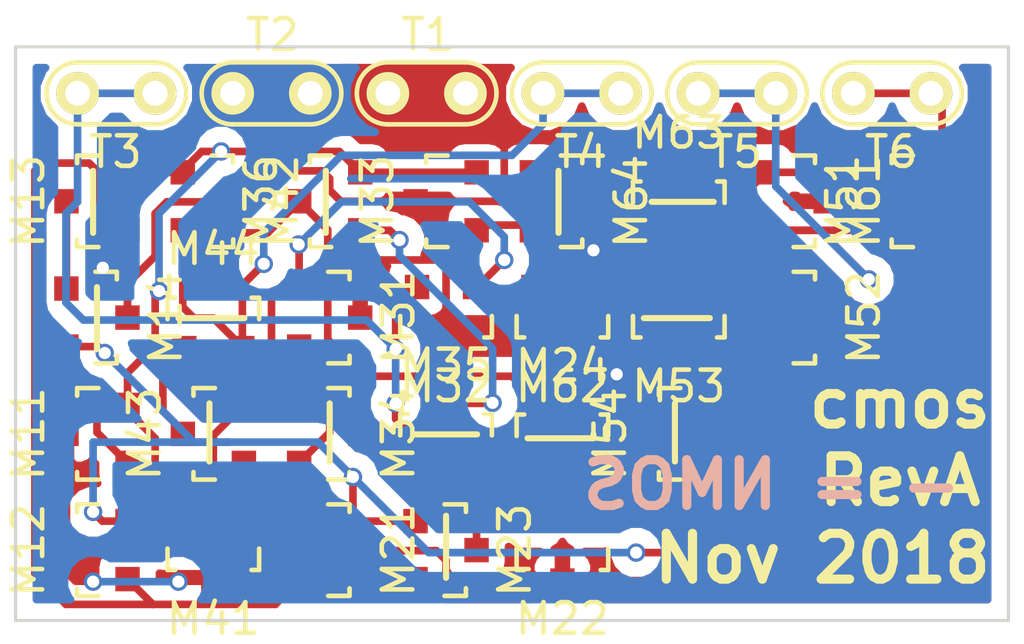
<source format=kicad_pcb>
(kicad_pcb (version 4) (host pcbnew 4.0.7-e2-6376~58~ubuntu16.04.1)

  (general
    (links 73)
    (no_connects 0)
    (area 93.88 47.6152 127.508001 69.09322)
    (thickness 1.6)
    (drawings 24)
    (tracks 292)
    (zones 0)
    (modules 32)
    (nets 18)
  )

  (page A4)
  (layers
    (0 F.Cu signal)
    (31 B.Cu signal)
    (32 B.Adhes user)
    (33 F.Adhes user)
    (34 B.Paste user)
    (35 F.Paste user)
    (36 B.SilkS user)
    (37 F.SilkS user)
    (38 B.Mask user)
    (39 F.Mask user)
    (40 Dwgs.User user)
    (41 Cmts.User user)
    (42 Eco1.User user)
    (43 Eco2.User user)
    (44 Edge.Cuts user)
    (45 Margin user)
    (46 B.CrtYd user)
    (47 F.CrtYd user)
    (48 B.Fab user)
    (49 F.Fab user)
  )

  (setup
    (last_trace_width 0.25)
    (trace_clearance 0.2)
    (zone_clearance 0.508)
    (zone_45_only no)
    (trace_min 0)
    (segment_width 0.2)
    (edge_width 0.1)
    (via_size 0.6)
    (via_drill 0.4)
    (via_min_size 0.4)
    (via_min_drill 0.3)
    (uvia_size 0.3)
    (uvia_drill 0.1)
    (uvias_allowed no)
    (uvia_min_size 0.2)
    (uvia_min_drill 0.1)
    (pcb_text_width 0.3)
    (pcb_text_size 1.5 1.5)
    (mod_edge_width 0.15)
    (mod_text_size 1 1)
    (mod_text_width 0.15)
    (pad_size 1.397 1.397)
    (pad_drill 0.8128)
    (pad_to_mask_clearance 0)
    (aux_axis_origin 0 0)
    (visible_elements FFFCFFFF)
    (pcbplotparams
      (layerselection 0x00030_80000001)
      (usegerberextensions false)
      (excludeedgelayer true)
      (linewidth 0.100000)
      (plotframeref false)
      (viasonmask false)
      (mode 1)
      (useauxorigin false)
      (hpglpennumber 1)
      (hpglpenspeed 20)
      (hpglpendiameter 15)
      (hpglpenoverlay 2)
      (psnegative false)
      (psa4output false)
      (plotreference true)
      (plotvalue true)
      (plotinvisibletext false)
      (padsonsilk false)
      (subtractmaskfromsilk false)
      (outputformat 1)
      (mirror false)
      (drillshape 1)
      (scaleselection 1)
      (outputdirectory ""))
  )

  (net 0 "")
  (net 1 /2/A)
  (net 2 /1/A)
  (net 3 +3V3)
  (net 4 /3/A)
  (net 5 "Net-(M13-Pad3)")
  (net 6 GNDREF)
  (net 7 CLK)
  (net 8 "Net-(M23-Pad3)")
  (net 9 /4/A)
  (net 10 "Net-(M34-Pad3)")
  (net 11 "Net-(M35-Pad3)")
  (net 12 D)
  (net 13 "Net-(M43-Pad3)")
  (net 14 Q)
  (net 15 nQ)
  (net 16 "Net-(M53-Pad3)")
  (net 17 "Net-(M63-Pad3)")

  (net_class Default "This is the default net class."
    (clearance 0.2)
    (trace_width 0.25)
    (via_dia 0.6)
    (via_drill 0.4)
    (uvia_dia 0.3)
    (uvia_drill 0.1)
    (add_net +3V3)
    (add_net /1/A)
    (add_net /2/A)
    (add_net /3/A)
    (add_net /4/A)
    (add_net CLK)
    (add_net D)
    (add_net GNDREF)
    (add_net "Net-(M13-Pad3)")
    (add_net "Net-(M23-Pad3)")
    (add_net "Net-(M34-Pad3)")
    (add_net "Net-(M35-Pad3)")
    (add_net "Net-(M43-Pad3)")
    (add_net "Net-(M53-Pad3)")
    (add_net "Net-(M63-Pad3)")
    (add_net Q)
    (add_net nQ)
  )

  (module TO_SOT_Packages_SMD:SOT-23 (layer F.Cu) (tedit 553634F8) (tstamp 5A64FC29)
    (at 97.155 61.95822 90)
    (descr "SOT-23, Standard")
    (tags SOT-23)
    (path /5A6003DE/5A5B8430)
    (attr smd)
    (fp_text reference M11 (at 0 -2.25 90) (layer F.SilkS)
      (effects (font (size 1 1) (thickness 0.15)))
    )
    (fp_text value PMOS (at 0 2.3 90) (layer F.Fab)
      (effects (font (size 1 1) (thickness 0.15)))
    )
    (fp_line (start -1.65 -1.6) (end 1.65 -1.6) (layer F.CrtYd) (width 0.05))
    (fp_line (start 1.65 -1.6) (end 1.65 1.6) (layer F.CrtYd) (width 0.05))
    (fp_line (start 1.65 1.6) (end -1.65 1.6) (layer F.CrtYd) (width 0.05))
    (fp_line (start -1.65 1.6) (end -1.65 -1.6) (layer F.CrtYd) (width 0.05))
    (fp_line (start 1.29916 -0.65024) (end 1.2509 -0.65024) (layer F.SilkS) (width 0.15))
    (fp_line (start -1.49982 0.0508) (end -1.49982 -0.65024) (layer F.SilkS) (width 0.15))
    (fp_line (start -1.49982 -0.65024) (end -1.2509 -0.65024) (layer F.SilkS) (width 0.15))
    (fp_line (start 1.29916 -0.65024) (end 1.49982 -0.65024) (layer F.SilkS) (width 0.15))
    (fp_line (start 1.49982 -0.65024) (end 1.49982 0.0508) (layer F.SilkS) (width 0.15))
    (pad 1 smd rect (at -0.95 1.00076 90) (size 0.8001 0.8001) (layers F.Cu F.Paste F.Mask)
      (net 1 /2/A))
    (pad 2 smd rect (at 0.95 1.00076 90) (size 0.8001 0.8001) (layers F.Cu F.Paste F.Mask)
      (net 2 /1/A))
    (pad 3 smd rect (at 0 -0.99822 90) (size 0.8001 0.8001) (layers F.Cu F.Paste F.Mask)
      (net 3 +3V3))
    (model TO_SOT_Packages_SMD.3dshapes/SOT-23.wrl
      (at (xyz 0 0 0))
      (scale (xyz 1 1 1))
      (rotate (xyz 0 0 0))
    )
  )

  (module TO_SOT_Packages_SMD:SOT-23 (layer F.Cu) (tedit 5BE6AD4A) (tstamp 5A64FC30)
    (at 97.155 65.76822 90)
    (descr "SOT-23, Standard")
    (tags SOT-23)
    (path /5A6003DE/5A5B855A)
    (attr smd)
    (fp_text reference M12 (at 0 -2.25 90) (layer F.SilkS)
      (effects (font (size 1 1) (thickness 0.15)))
    )
    (fp_text value PMOS (at 0 2.3 90) (layer F.Fab)
      (effects (font (size 1 1) (thickness 0.15)))
    )
    (fp_line (start -1.65 -1.6) (end 1.65 -1.6) (layer F.CrtYd) (width 0.05))
    (fp_line (start 1.65 -1.6) (end 1.65 1.6) (layer F.CrtYd) (width 0.05))
    (fp_line (start 1.65 1.6) (end -1.65 1.6) (layer F.CrtYd) (width 0.05))
    (fp_line (start -1.65 1.6) (end -1.65 -1.6) (layer F.CrtYd) (width 0.05))
    (fp_line (start 1.29916 -0.65024) (end 1.2509 -0.65024) (layer F.SilkS) (width 0.15))
    (fp_line (start -1.49982 0.0508) (end -1.49982 -0.65024) (layer F.SilkS) (width 0.15))
    (fp_line (start -1.49982 -0.65024) (end -1.2509 -0.65024) (layer F.SilkS) (width 0.15))
    (fp_line (start 1.29916 -0.65024) (end 1.49982 -0.65024) (layer F.SilkS) (width 0.15))
    (fp_line (start 1.49982 -0.65024) (end 1.49982 0.0508) (layer F.SilkS) (width 0.15))
    (pad 1 smd rect (at -0.95 1.00076 90) (size 0.8001 0.8001) (layers F.Cu F.Paste F.Mask)
      (net 1 /2/A))
    (pad 2 smd rect (at 0.95 1.00076 90) (size 0.8001 0.8001) (layers F.Cu F.Paste F.Mask)
      (net 4 /3/A))
    (pad 3 smd rect (at 0 -0.99822 90) (size 0.8001 0.8001) (layers F.Cu F.Paste F.Mask)
      (net 3 +3V3) (zone_connect 2))
    (model TO_SOT_Packages_SMD.3dshapes/SOT-23.wrl
      (at (xyz 0 0 0))
      (scale (xyz 1 1 1))
      (rotate (xyz 0 0 0))
    )
  )

  (module TO_SOT_Packages_SMD:SOT-23 (layer F.Cu) (tedit 553634F8) (tstamp 5A64FC37)
    (at 97.155 54.33822 90)
    (descr "SOT-23, Standard")
    (tags SOT-23)
    (path /5A6003DE/5A5B8357)
    (attr smd)
    (fp_text reference M13 (at 0 -2.25 90) (layer F.SilkS)
      (effects (font (size 1 1) (thickness 0.15)))
    )
    (fp_text value NMOS (at 0 2.3 90) (layer F.Fab)
      (effects (font (size 1 1) (thickness 0.15)))
    )
    (fp_line (start -1.65 -1.6) (end 1.65 -1.6) (layer F.CrtYd) (width 0.05))
    (fp_line (start 1.65 -1.6) (end 1.65 1.6) (layer F.CrtYd) (width 0.05))
    (fp_line (start 1.65 1.6) (end -1.65 1.6) (layer F.CrtYd) (width 0.05))
    (fp_line (start -1.65 1.6) (end -1.65 -1.6) (layer F.CrtYd) (width 0.05))
    (fp_line (start 1.29916 -0.65024) (end 1.2509 -0.65024) (layer F.SilkS) (width 0.15))
    (fp_line (start -1.49982 0.0508) (end -1.49982 -0.65024) (layer F.SilkS) (width 0.15))
    (fp_line (start -1.49982 -0.65024) (end -1.2509 -0.65024) (layer F.SilkS) (width 0.15))
    (fp_line (start 1.29916 -0.65024) (end 1.49982 -0.65024) (layer F.SilkS) (width 0.15))
    (fp_line (start 1.49982 -0.65024) (end 1.49982 0.0508) (layer F.SilkS) (width 0.15))
    (pad 1 smd rect (at -0.95 1.00076 90) (size 0.8001 0.8001) (layers F.Cu F.Paste F.Mask)
      (net 1 /2/A))
    (pad 2 smd rect (at 0.95 1.00076 90) (size 0.8001 0.8001) (layers F.Cu F.Paste F.Mask)
      (net 2 /1/A))
    (pad 3 smd rect (at 0 -0.99822 90) (size 0.8001 0.8001) (layers F.Cu F.Paste F.Mask)
      (net 5 "Net-(M13-Pad3)"))
    (model TO_SOT_Packages_SMD.3dshapes/SOT-23.wrl
      (at (xyz 0 0 0))
      (scale (xyz 1 1 1))
      (rotate (xyz 0 0 0))
    )
  )

  (module TO_SOT_Packages_SMD:SOT-23 (layer F.Cu) (tedit 553634F8) (tstamp 5A64FC3E)
    (at 97.155 58.14822 270)
    (descr "SOT-23, Standard")
    (tags SOT-23)
    (path /5A6003DE/5A5B83CE)
    (attr smd)
    (fp_text reference M14 (at 0 -2.25 270) (layer F.SilkS)
      (effects (font (size 1 1) (thickness 0.15)))
    )
    (fp_text value NMOS (at 0 2.3 270) (layer F.Fab)
      (effects (font (size 1 1) (thickness 0.15)))
    )
    (fp_line (start -1.65 -1.6) (end 1.65 -1.6) (layer F.CrtYd) (width 0.05))
    (fp_line (start 1.65 -1.6) (end 1.65 1.6) (layer F.CrtYd) (width 0.05))
    (fp_line (start 1.65 1.6) (end -1.65 1.6) (layer F.CrtYd) (width 0.05))
    (fp_line (start -1.65 1.6) (end -1.65 -1.6) (layer F.CrtYd) (width 0.05))
    (fp_line (start 1.29916 -0.65024) (end 1.2509 -0.65024) (layer F.SilkS) (width 0.15))
    (fp_line (start -1.49982 0.0508) (end -1.49982 -0.65024) (layer F.SilkS) (width 0.15))
    (fp_line (start -1.49982 -0.65024) (end -1.2509 -0.65024) (layer F.SilkS) (width 0.15))
    (fp_line (start 1.29916 -0.65024) (end 1.49982 -0.65024) (layer F.SilkS) (width 0.15))
    (fp_line (start 1.49982 -0.65024) (end 1.49982 0.0508) (layer F.SilkS) (width 0.15))
    (pad 1 smd rect (at -0.95 1.00076 270) (size 0.8001 0.8001) (layers F.Cu F.Paste F.Mask)
      (net 5 "Net-(M13-Pad3)"))
    (pad 2 smd rect (at 0.95 1.00076 270) (size 0.8001 0.8001) (layers F.Cu F.Paste F.Mask)
      (net 4 /3/A))
    (pad 3 smd rect (at 0 -0.99822 270) (size 0.8001 0.8001) (layers F.Cu F.Paste F.Mask)
      (net 6 GNDREF))
    (model TO_SOT_Packages_SMD.3dshapes/SOT-23.wrl
      (at (xyz 0 0 0))
      (scale (xyz 1 1 1))
      (rotate (xyz 0 0 0))
    )
  )

  (module TO_SOT_Packages_SMD:SOT-23 (layer F.Cu) (tedit 553634F8) (tstamp 5A64FC45)
    (at 104.775 65.76822 270)
    (descr "SOT-23, Standard")
    (tags SOT-23)
    (path /5A5BB18B/5A5B8430)
    (attr smd)
    (fp_text reference M21 (at 0 -2.25 270) (layer F.SilkS)
      (effects (font (size 1 1) (thickness 0.15)))
    )
    (fp_text value PMOS (at 0 2.3 270) (layer F.Fab)
      (effects (font (size 1 1) (thickness 0.15)))
    )
    (fp_line (start -1.65 -1.6) (end 1.65 -1.6) (layer F.CrtYd) (width 0.05))
    (fp_line (start 1.65 -1.6) (end 1.65 1.6) (layer F.CrtYd) (width 0.05))
    (fp_line (start 1.65 1.6) (end -1.65 1.6) (layer F.CrtYd) (width 0.05))
    (fp_line (start -1.65 1.6) (end -1.65 -1.6) (layer F.CrtYd) (width 0.05))
    (fp_line (start 1.29916 -0.65024) (end 1.2509 -0.65024) (layer F.SilkS) (width 0.15))
    (fp_line (start -1.49982 0.0508) (end -1.49982 -0.65024) (layer F.SilkS) (width 0.15))
    (fp_line (start -1.49982 -0.65024) (end -1.2509 -0.65024) (layer F.SilkS) (width 0.15))
    (fp_line (start 1.29916 -0.65024) (end 1.49982 -0.65024) (layer F.SilkS) (width 0.15))
    (fp_line (start 1.49982 -0.65024) (end 1.49982 0.0508) (layer F.SilkS) (width 0.15))
    (pad 1 smd rect (at -0.95 1.00076 270) (size 0.8001 0.8001) (layers F.Cu F.Paste F.Mask)
      (net 4 /3/A))
    (pad 2 smd rect (at 0.95 1.00076 270) (size 0.8001 0.8001) (layers F.Cu F.Paste F.Mask)
      (net 1 /2/A))
    (pad 3 smd rect (at 0 -0.99822 270) (size 0.8001 0.8001) (layers F.Cu F.Paste F.Mask)
      (net 3 +3V3))
    (model TO_SOT_Packages_SMD.3dshapes/SOT-23.wrl
      (at (xyz 0 0 0))
      (scale (xyz 1 1 1))
      (rotate (xyz 0 0 0))
    )
  )

  (module TO_SOT_Packages_SMD:SOT-23 (layer F.Cu) (tedit 553634F8) (tstamp 5A64FC4C)
    (at 112.395 65.76822 180)
    (descr "SOT-23, Standard")
    (tags SOT-23)
    (path /5A5BB18B/5A5B855A)
    (attr smd)
    (fp_text reference M22 (at 0 -2.25 180) (layer F.SilkS)
      (effects (font (size 1 1) (thickness 0.15)))
    )
    (fp_text value PMOS (at 0 2.3 180) (layer F.Fab)
      (effects (font (size 1 1) (thickness 0.15)))
    )
    (fp_line (start -1.65 -1.6) (end 1.65 -1.6) (layer F.CrtYd) (width 0.05))
    (fp_line (start 1.65 -1.6) (end 1.65 1.6) (layer F.CrtYd) (width 0.05))
    (fp_line (start 1.65 1.6) (end -1.65 1.6) (layer F.CrtYd) (width 0.05))
    (fp_line (start -1.65 1.6) (end -1.65 -1.6) (layer F.CrtYd) (width 0.05))
    (fp_line (start 1.29916 -0.65024) (end 1.2509 -0.65024) (layer F.SilkS) (width 0.15))
    (fp_line (start -1.49982 0.0508) (end -1.49982 -0.65024) (layer F.SilkS) (width 0.15))
    (fp_line (start -1.49982 -0.65024) (end -1.2509 -0.65024) (layer F.SilkS) (width 0.15))
    (fp_line (start 1.29916 -0.65024) (end 1.49982 -0.65024) (layer F.SilkS) (width 0.15))
    (fp_line (start 1.49982 -0.65024) (end 1.49982 0.0508) (layer F.SilkS) (width 0.15))
    (pad 1 smd rect (at -0.95 1.00076 180) (size 0.8001 0.8001) (layers F.Cu F.Paste F.Mask)
      (net 4 /3/A))
    (pad 2 smd rect (at 0.95 1.00076 180) (size 0.8001 0.8001) (layers F.Cu F.Paste F.Mask)
      (net 7 CLK))
    (pad 3 smd rect (at 0 -0.99822 180) (size 0.8001 0.8001) (layers F.Cu F.Paste F.Mask)
      (net 3 +3V3))
    (model TO_SOT_Packages_SMD.3dshapes/SOT-23.wrl
      (at (xyz 0 0 0))
      (scale (xyz 1 1 1))
      (rotate (xyz 0 0 0))
    )
  )

  (module TO_SOT_Packages_SMD:SOT-23 (layer F.Cu) (tedit 553634F8) (tstamp 5A64FC53)
    (at 108.585 65.76822 270)
    (descr "SOT-23, Standard")
    (tags SOT-23)
    (path /5A5BB18B/5A5B8357)
    (attr smd)
    (fp_text reference M23 (at 0 -2.25 270) (layer F.SilkS)
      (effects (font (size 1 1) (thickness 0.15)))
    )
    (fp_text value NMOS (at 0 2.3 270) (layer F.Fab)
      (effects (font (size 1 1) (thickness 0.15)))
    )
    (fp_line (start -1.65 -1.6) (end 1.65 -1.6) (layer F.CrtYd) (width 0.05))
    (fp_line (start 1.65 -1.6) (end 1.65 1.6) (layer F.CrtYd) (width 0.05))
    (fp_line (start 1.65 1.6) (end -1.65 1.6) (layer F.CrtYd) (width 0.05))
    (fp_line (start -1.65 1.6) (end -1.65 -1.6) (layer F.CrtYd) (width 0.05))
    (fp_line (start 1.29916 -0.65024) (end 1.2509 -0.65024) (layer F.SilkS) (width 0.15))
    (fp_line (start -1.49982 0.0508) (end -1.49982 -0.65024) (layer F.SilkS) (width 0.15))
    (fp_line (start -1.49982 -0.65024) (end -1.2509 -0.65024) (layer F.SilkS) (width 0.15))
    (fp_line (start 1.29916 -0.65024) (end 1.49982 -0.65024) (layer F.SilkS) (width 0.15))
    (fp_line (start 1.49982 -0.65024) (end 1.49982 0.0508) (layer F.SilkS) (width 0.15))
    (pad 1 smd rect (at -0.95 1.00076 270) (size 0.8001 0.8001) (layers F.Cu F.Paste F.Mask)
      (net 4 /3/A))
    (pad 2 smd rect (at 0.95 1.00076 270) (size 0.8001 0.8001) (layers F.Cu F.Paste F.Mask)
      (net 1 /2/A))
    (pad 3 smd rect (at 0 -0.99822 270) (size 0.8001 0.8001) (layers F.Cu F.Paste F.Mask)
      (net 8 "Net-(M23-Pad3)"))
    (model TO_SOT_Packages_SMD.3dshapes/SOT-23.wrl
      (at (xyz 0 0 0))
      (scale (xyz 1 1 1))
      (rotate (xyz 0 0 0))
    )
  )

  (module TO_SOT_Packages_SMD:SOT-23 (layer F.Cu) (tedit 553634F8) (tstamp 5A64FC5A)
    (at 112.395 61.976)
    (descr "SOT-23, Standard")
    (tags SOT-23)
    (path /5A5BB18B/5A5B83CE)
    (attr smd)
    (fp_text reference M24 (at 0 -2.25) (layer F.SilkS)
      (effects (font (size 1 1) (thickness 0.15)))
    )
    (fp_text value NMOS (at 0 2.3) (layer F.Fab)
      (effects (font (size 1 1) (thickness 0.15)))
    )
    (fp_line (start -1.65 -1.6) (end 1.65 -1.6) (layer F.CrtYd) (width 0.05))
    (fp_line (start 1.65 -1.6) (end 1.65 1.6) (layer F.CrtYd) (width 0.05))
    (fp_line (start 1.65 1.6) (end -1.65 1.6) (layer F.CrtYd) (width 0.05))
    (fp_line (start -1.65 1.6) (end -1.65 -1.6) (layer F.CrtYd) (width 0.05))
    (fp_line (start 1.29916 -0.65024) (end 1.2509 -0.65024) (layer F.SilkS) (width 0.15))
    (fp_line (start -1.49982 0.0508) (end -1.49982 -0.65024) (layer F.SilkS) (width 0.15))
    (fp_line (start -1.49982 -0.65024) (end -1.2509 -0.65024) (layer F.SilkS) (width 0.15))
    (fp_line (start 1.29916 -0.65024) (end 1.49982 -0.65024) (layer F.SilkS) (width 0.15))
    (fp_line (start 1.49982 -0.65024) (end 1.49982 0.0508) (layer F.SilkS) (width 0.15))
    (pad 1 smd rect (at -0.95 1.00076) (size 0.8001 0.8001) (layers F.Cu F.Paste F.Mask)
      (net 8 "Net-(M23-Pad3)"))
    (pad 2 smd rect (at 0.95 1.00076) (size 0.8001 0.8001) (layers F.Cu F.Paste F.Mask)
      (net 7 CLK))
    (pad 3 smd rect (at 0 -0.99822) (size 0.8001 0.8001) (layers F.Cu F.Paste F.Mask)
      (net 6 GNDREF))
    (model TO_SOT_Packages_SMD.3dshapes/SOT-23.wrl
      (at (xyz 0 0 0))
      (scale (xyz 1 1 1))
      (rotate (xyz 0 0 0))
    )
  )

  (module TO_SOT_Packages_SMD:SOT-23 (layer F.Cu) (tedit 553634F8) (tstamp 5A64FC61)
    (at 104.775 58.14822 270)
    (descr "SOT-23, Standard")
    (tags SOT-23)
    (path /5A60A9B1/5A60AB27)
    (attr smd)
    (fp_text reference M31 (at 0 -2.25 270) (layer F.SilkS)
      (effects (font (size 1 1) (thickness 0.15)))
    )
    (fp_text value PMOS (at 0 2.3 270) (layer F.Fab)
      (effects (font (size 1 1) (thickness 0.15)))
    )
    (fp_line (start -1.65 -1.6) (end 1.65 -1.6) (layer F.CrtYd) (width 0.05))
    (fp_line (start 1.65 -1.6) (end 1.65 1.6) (layer F.CrtYd) (width 0.05))
    (fp_line (start 1.65 1.6) (end -1.65 1.6) (layer F.CrtYd) (width 0.05))
    (fp_line (start -1.65 1.6) (end -1.65 -1.6) (layer F.CrtYd) (width 0.05))
    (fp_line (start 1.29916 -0.65024) (end 1.2509 -0.65024) (layer F.SilkS) (width 0.15))
    (fp_line (start -1.49982 0.0508) (end -1.49982 -0.65024) (layer F.SilkS) (width 0.15))
    (fp_line (start -1.49982 -0.65024) (end -1.2509 -0.65024) (layer F.SilkS) (width 0.15))
    (fp_line (start 1.29916 -0.65024) (end 1.49982 -0.65024) (layer F.SilkS) (width 0.15))
    (fp_line (start 1.49982 -0.65024) (end 1.49982 0.0508) (layer F.SilkS) (width 0.15))
    (pad 1 smd rect (at -0.95 1.00076 270) (size 0.8001 0.8001) (layers F.Cu F.Paste F.Mask)
      (net 9 /4/A))
    (pad 2 smd rect (at 0.95 1.00076 270) (size 0.8001 0.8001) (layers F.Cu F.Paste F.Mask)
      (net 4 /3/A))
    (pad 3 smd rect (at 0 -0.99822 270) (size 0.8001 0.8001) (layers F.Cu F.Paste F.Mask)
      (net 3 +3V3))
    (model TO_SOT_Packages_SMD.3dshapes/SOT-23.wrl
      (at (xyz 0 0 0))
      (scale (xyz 1 1 1))
      (rotate (xyz 0 0 0))
    )
  )

  (module TO_SOT_Packages_SMD:SOT-23 (layer F.Cu) (tedit 5BE6ACF8) (tstamp 5A64FC68)
    (at 108.585 58.14822 180)
    (descr "SOT-23, Standard")
    (tags SOT-23)
    (path /5A60A9B1/5A60ACA7)
    (attr smd)
    (fp_text reference M32 (at 0 -2.25 180) (layer F.SilkS)
      (effects (font (size 1 1) (thickness 0.15)))
    )
    (fp_text value PMOS (at 0 2.3 180) (layer F.Fab)
      (effects (font (size 1 1) (thickness 0.15)))
    )
    (fp_line (start -1.65 -1.6) (end 1.65 -1.6) (layer F.CrtYd) (width 0.05))
    (fp_line (start 1.65 -1.6) (end 1.65 1.6) (layer F.CrtYd) (width 0.05))
    (fp_line (start 1.65 1.6) (end -1.65 1.6) (layer F.CrtYd) (width 0.05))
    (fp_line (start -1.65 1.6) (end -1.65 -1.6) (layer F.CrtYd) (width 0.05))
    (fp_line (start 1.29916 -0.65024) (end 1.2509 -0.65024) (layer F.SilkS) (width 0.15))
    (fp_line (start -1.49982 0.0508) (end -1.49982 -0.65024) (layer F.SilkS) (width 0.15))
    (fp_line (start -1.49982 -0.65024) (end -1.2509 -0.65024) (layer F.SilkS) (width 0.15))
    (fp_line (start 1.29916 -0.65024) (end 1.49982 -0.65024) (layer F.SilkS) (width 0.15))
    (fp_line (start 1.49982 -0.65024) (end 1.49982 0.0508) (layer F.SilkS) (width 0.15))
    (pad 1 smd rect (at -0.95 1.00076 180) (size 0.8001 0.8001) (layers F.Cu F.Paste F.Mask)
      (net 9 /4/A))
    (pad 2 smd rect (at 0.95 1.00076 180) (size 0.8001 0.8001) (layers F.Cu F.Paste F.Mask)
      (net 7 CLK))
    (pad 3 smd rect (at 0 -0.99822 180) (size 0.8001 0.8001) (layers F.Cu F.Paste F.Mask)
      (net 3 +3V3) (zone_connect 2))
    (model TO_SOT_Packages_SMD.3dshapes/SOT-23.wrl
      (at (xyz 0 0 0))
      (scale (xyz 1 1 1))
      (rotate (xyz 0 0 0))
    )
  )

  (module TO_SOT_Packages_SMD:SOT-23 (layer F.Cu) (tedit 5BE6AD16) (tstamp 5A64FC6F)
    (at 108.585 54.33822 90)
    (descr "SOT-23, Standard")
    (tags SOT-23)
    (path /5A60A9B1/5A60ACE8)
    (attr smd)
    (fp_text reference M33 (at 0 -2.25 90) (layer F.SilkS)
      (effects (font (size 1 1) (thickness 0.15)))
    )
    (fp_text value PMOS (at 0 2.3 90) (layer F.Fab)
      (effects (font (size 1 1) (thickness 0.15)))
    )
    (fp_line (start -1.65 -1.6) (end 1.65 -1.6) (layer F.CrtYd) (width 0.05))
    (fp_line (start 1.65 -1.6) (end 1.65 1.6) (layer F.CrtYd) (width 0.05))
    (fp_line (start 1.65 1.6) (end -1.65 1.6) (layer F.CrtYd) (width 0.05))
    (fp_line (start -1.65 1.6) (end -1.65 -1.6) (layer F.CrtYd) (width 0.05))
    (fp_line (start 1.29916 -0.65024) (end 1.2509 -0.65024) (layer F.SilkS) (width 0.15))
    (fp_line (start -1.49982 0.0508) (end -1.49982 -0.65024) (layer F.SilkS) (width 0.15))
    (fp_line (start -1.49982 -0.65024) (end -1.2509 -0.65024) (layer F.SilkS) (width 0.15))
    (fp_line (start 1.29916 -0.65024) (end 1.49982 -0.65024) (layer F.SilkS) (width 0.15))
    (fp_line (start 1.49982 -0.65024) (end 1.49982 0.0508) (layer F.SilkS) (width 0.15))
    (pad 1 smd rect (at -0.95 1.00076 90) (size 0.8001 0.8001) (layers F.Cu F.Paste F.Mask)
      (net 9 /4/A))
    (pad 2 smd rect (at 0.95 1.00076 90) (size 0.8001 0.8001) (layers F.Cu F.Paste F.Mask)
      (net 2 /1/A))
    (pad 3 smd rect (at 0 -0.99822 90) (size 0.8001 0.8001) (layers F.Cu F.Paste F.Mask)
      (net 3 +3V3) (zone_connect 2))
    (model TO_SOT_Packages_SMD.3dshapes/SOT-23.wrl
      (at (xyz 0 0 0))
      (scale (xyz 1 1 1))
      (rotate (xyz 0 0 0))
    )
  )

  (module TO_SOT_Packages_SMD:SOT-23 (layer F.Cu) (tedit 553634F8) (tstamp 5A64FC76)
    (at 104.775 61.95822 270)
    (descr "SOT-23, Standard")
    (tags SOT-23)
    (path /5A60A9B1/5A60ABBA)
    (attr smd)
    (fp_text reference M34 (at 0 -2.25 270) (layer F.SilkS)
      (effects (font (size 1 1) (thickness 0.15)))
    )
    (fp_text value NMOS (at 0 2.3 270) (layer F.Fab)
      (effects (font (size 1 1) (thickness 0.15)))
    )
    (fp_line (start -1.65 -1.6) (end 1.65 -1.6) (layer F.CrtYd) (width 0.05))
    (fp_line (start 1.65 -1.6) (end 1.65 1.6) (layer F.CrtYd) (width 0.05))
    (fp_line (start 1.65 1.6) (end -1.65 1.6) (layer F.CrtYd) (width 0.05))
    (fp_line (start -1.65 1.6) (end -1.65 -1.6) (layer F.CrtYd) (width 0.05))
    (fp_line (start 1.29916 -0.65024) (end 1.2509 -0.65024) (layer F.SilkS) (width 0.15))
    (fp_line (start -1.49982 0.0508) (end -1.49982 -0.65024) (layer F.SilkS) (width 0.15))
    (fp_line (start -1.49982 -0.65024) (end -1.2509 -0.65024) (layer F.SilkS) (width 0.15))
    (fp_line (start 1.29916 -0.65024) (end 1.49982 -0.65024) (layer F.SilkS) (width 0.15))
    (fp_line (start 1.49982 -0.65024) (end 1.49982 0.0508) (layer F.SilkS) (width 0.15))
    (pad 1 smd rect (at -0.95 1.00076 270) (size 0.8001 0.8001) (layers F.Cu F.Paste F.Mask)
      (net 9 /4/A))
    (pad 2 smd rect (at 0.95 1.00076 270) (size 0.8001 0.8001) (layers F.Cu F.Paste F.Mask)
      (net 4 /3/A))
    (pad 3 smd rect (at 0 -0.99822 270) (size 0.8001 0.8001) (layers F.Cu F.Paste F.Mask)
      (net 10 "Net-(M34-Pad3)"))
    (model TO_SOT_Packages_SMD.3dshapes/SOT-23.wrl
      (at (xyz 0 0 0))
      (scale (xyz 1 1 1))
      (rotate (xyz 0 0 0))
    )
  )

  (module TO_SOT_Packages_SMD:SOT-23 (layer F.Cu) (tedit 553634F8) (tstamp 5A64FC7D)
    (at 108.585 61.95822)
    (descr "SOT-23, Standard")
    (tags SOT-23)
    (path /5A60A9B1/5A60ABFF)
    (attr smd)
    (fp_text reference M35 (at 0 -2.25) (layer F.SilkS)
      (effects (font (size 1 1) (thickness 0.15)))
    )
    (fp_text value NMOS (at 0 2.3) (layer F.Fab)
      (effects (font (size 1 1) (thickness 0.15)))
    )
    (fp_line (start -1.65 -1.6) (end 1.65 -1.6) (layer F.CrtYd) (width 0.05))
    (fp_line (start 1.65 -1.6) (end 1.65 1.6) (layer F.CrtYd) (width 0.05))
    (fp_line (start 1.65 1.6) (end -1.65 1.6) (layer F.CrtYd) (width 0.05))
    (fp_line (start -1.65 1.6) (end -1.65 -1.6) (layer F.CrtYd) (width 0.05))
    (fp_line (start 1.29916 -0.65024) (end 1.2509 -0.65024) (layer F.SilkS) (width 0.15))
    (fp_line (start -1.49982 0.0508) (end -1.49982 -0.65024) (layer F.SilkS) (width 0.15))
    (fp_line (start -1.49982 -0.65024) (end -1.2509 -0.65024) (layer F.SilkS) (width 0.15))
    (fp_line (start 1.29916 -0.65024) (end 1.49982 -0.65024) (layer F.SilkS) (width 0.15))
    (fp_line (start 1.49982 -0.65024) (end 1.49982 0.0508) (layer F.SilkS) (width 0.15))
    (pad 1 smd rect (at -0.95 1.00076) (size 0.8001 0.8001) (layers F.Cu F.Paste F.Mask)
      (net 10 "Net-(M34-Pad3)"))
    (pad 2 smd rect (at 0.95 1.00076) (size 0.8001 0.8001) (layers F.Cu F.Paste F.Mask)
      (net 7 CLK))
    (pad 3 smd rect (at 0 -0.99822) (size 0.8001 0.8001) (layers F.Cu F.Paste F.Mask)
      (net 11 "Net-(M35-Pad3)"))
    (model TO_SOT_Packages_SMD.3dshapes/SOT-23.wrl
      (at (xyz 0 0 0))
      (scale (xyz 1 1 1))
      (rotate (xyz 0 0 0))
    )
  )

  (module TO_SOT_Packages_SMD:SOT-23 (layer F.Cu) (tedit 553634F8) (tstamp 5A64FC84)
    (at 104.775 54.33822 90)
    (descr "SOT-23, Standard")
    (tags SOT-23)
    (path /5A60A9B1/5A60AC55)
    (attr smd)
    (fp_text reference M36 (at 0 -2.25 90) (layer F.SilkS)
      (effects (font (size 1 1) (thickness 0.15)))
    )
    (fp_text value NMOS (at 0 2.3 90) (layer F.Fab)
      (effects (font (size 1 1) (thickness 0.15)))
    )
    (fp_line (start -1.65 -1.6) (end 1.65 -1.6) (layer F.CrtYd) (width 0.05))
    (fp_line (start 1.65 -1.6) (end 1.65 1.6) (layer F.CrtYd) (width 0.05))
    (fp_line (start 1.65 1.6) (end -1.65 1.6) (layer F.CrtYd) (width 0.05))
    (fp_line (start -1.65 1.6) (end -1.65 -1.6) (layer F.CrtYd) (width 0.05))
    (fp_line (start 1.29916 -0.65024) (end 1.2509 -0.65024) (layer F.SilkS) (width 0.15))
    (fp_line (start -1.49982 0.0508) (end -1.49982 -0.65024) (layer F.SilkS) (width 0.15))
    (fp_line (start -1.49982 -0.65024) (end -1.2509 -0.65024) (layer F.SilkS) (width 0.15))
    (fp_line (start 1.29916 -0.65024) (end 1.49982 -0.65024) (layer F.SilkS) (width 0.15))
    (fp_line (start 1.49982 -0.65024) (end 1.49982 0.0508) (layer F.SilkS) (width 0.15))
    (pad 1 smd rect (at -0.95 1.00076 90) (size 0.8001 0.8001) (layers F.Cu F.Paste F.Mask)
      (net 11 "Net-(M35-Pad3)"))
    (pad 2 smd rect (at 0.95 1.00076 90) (size 0.8001 0.8001) (layers F.Cu F.Paste F.Mask)
      (net 2 /1/A))
    (pad 3 smd rect (at 0 -0.99822 90) (size 0.8001 0.8001) (layers F.Cu F.Paste F.Mask)
      (net 6 GNDREF))
    (model TO_SOT_Packages_SMD.3dshapes/SOT-23.wrl
      (at (xyz 0 0 0))
      (scale (xyz 1 1 1))
      (rotate (xyz 0 0 0))
    )
  )

  (module TO_SOT_Packages_SMD:SOT-23 (layer F.Cu) (tedit 5BE6AD66) (tstamp 5A64FC8B)
    (at 100.965 65.76822 180)
    (descr "SOT-23, Standard")
    (tags SOT-23)
    (path /5A605A93/5A5B8430)
    (attr smd)
    (fp_text reference M41 (at 0 -2.25 180) (layer F.SilkS)
      (effects (font (size 1 1) (thickness 0.15)))
    )
    (fp_text value PMOS (at 0 2.3 180) (layer F.Fab)
      (effects (font (size 1 1) (thickness 0.15)))
    )
    (fp_line (start -1.65 -1.6) (end 1.65 -1.6) (layer F.CrtYd) (width 0.05))
    (fp_line (start 1.65 -1.6) (end 1.65 1.6) (layer F.CrtYd) (width 0.05))
    (fp_line (start 1.65 1.6) (end -1.65 1.6) (layer F.CrtYd) (width 0.05))
    (fp_line (start -1.65 1.6) (end -1.65 -1.6) (layer F.CrtYd) (width 0.05))
    (fp_line (start 1.29916 -0.65024) (end 1.2509 -0.65024) (layer F.SilkS) (width 0.15))
    (fp_line (start -1.49982 0.0508) (end -1.49982 -0.65024) (layer F.SilkS) (width 0.15))
    (fp_line (start -1.49982 -0.65024) (end -1.2509 -0.65024) (layer F.SilkS) (width 0.15))
    (fp_line (start 1.29916 -0.65024) (end 1.49982 -0.65024) (layer F.SilkS) (width 0.15))
    (fp_line (start 1.49982 -0.65024) (end 1.49982 0.0508) (layer F.SilkS) (width 0.15))
    (pad 1 smd rect (at -0.95 1.00076 180) (size 0.8001 0.8001) (layers F.Cu F.Paste F.Mask)
      (net 2 /1/A))
    (pad 2 smd rect (at 0.95 1.00076 180) (size 0.8001 0.8001) (layers F.Cu F.Paste F.Mask)
      (net 9 /4/A))
    (pad 3 smd rect (at 0 -0.99822 180) (size 0.8001 0.8001) (layers F.Cu F.Paste F.Mask)
      (net 3 +3V3) (zone_connect 2))
    (model TO_SOT_Packages_SMD.3dshapes/SOT-23.wrl
      (at (xyz 0 0 0))
      (scale (xyz 1 1 1))
      (rotate (xyz 0 0 0))
    )
  )

  (module TO_SOT_Packages_SMD:SOT-23 (layer F.Cu) (tedit 553634F8) (tstamp 5A64FC92)
    (at 100.965 54.33822 270)
    (descr "SOT-23, Standard")
    (tags SOT-23)
    (path /5A605A93/5A5B855A)
    (attr smd)
    (fp_text reference M42 (at 0 -2.25 270) (layer F.SilkS)
      (effects (font (size 1 1) (thickness 0.15)))
    )
    (fp_text value PMOS (at 0 2.3 270) (layer F.Fab)
      (effects (font (size 1 1) (thickness 0.15)))
    )
    (fp_line (start -1.65 -1.6) (end 1.65 -1.6) (layer F.CrtYd) (width 0.05))
    (fp_line (start 1.65 -1.6) (end 1.65 1.6) (layer F.CrtYd) (width 0.05))
    (fp_line (start 1.65 1.6) (end -1.65 1.6) (layer F.CrtYd) (width 0.05))
    (fp_line (start -1.65 1.6) (end -1.65 -1.6) (layer F.CrtYd) (width 0.05))
    (fp_line (start 1.29916 -0.65024) (end 1.2509 -0.65024) (layer F.SilkS) (width 0.15))
    (fp_line (start -1.49982 0.0508) (end -1.49982 -0.65024) (layer F.SilkS) (width 0.15))
    (fp_line (start -1.49982 -0.65024) (end -1.2509 -0.65024) (layer F.SilkS) (width 0.15))
    (fp_line (start 1.29916 -0.65024) (end 1.49982 -0.65024) (layer F.SilkS) (width 0.15))
    (fp_line (start 1.49982 -0.65024) (end 1.49982 0.0508) (layer F.SilkS) (width 0.15))
    (pad 1 smd rect (at -0.95 1.00076 270) (size 0.8001 0.8001) (layers F.Cu F.Paste F.Mask)
      (net 2 /1/A))
    (pad 2 smd rect (at 0.95 1.00076 270) (size 0.8001 0.8001) (layers F.Cu F.Paste F.Mask)
      (net 12 D))
    (pad 3 smd rect (at 0 -0.99822 270) (size 0.8001 0.8001) (layers F.Cu F.Paste F.Mask)
      (net 3 +3V3))
    (model TO_SOT_Packages_SMD.3dshapes/SOT-23.wrl
      (at (xyz 0 0 0))
      (scale (xyz 1 1 1))
      (rotate (xyz 0 0 0))
    )
  )

  (module TO_SOT_Packages_SMD:SOT-23 (layer F.Cu) (tedit 553634F8) (tstamp 5A64FC99)
    (at 100.965 61.95822 90)
    (descr "SOT-23, Standard")
    (tags SOT-23)
    (path /5A605A93/5A5B8357)
    (attr smd)
    (fp_text reference M43 (at 0 -2.25 90) (layer F.SilkS)
      (effects (font (size 1 1) (thickness 0.15)))
    )
    (fp_text value NMOS (at 0 2.3 90) (layer F.Fab)
      (effects (font (size 1 1) (thickness 0.15)))
    )
    (fp_line (start -1.65 -1.6) (end 1.65 -1.6) (layer F.CrtYd) (width 0.05))
    (fp_line (start 1.65 -1.6) (end 1.65 1.6) (layer F.CrtYd) (width 0.05))
    (fp_line (start 1.65 1.6) (end -1.65 1.6) (layer F.CrtYd) (width 0.05))
    (fp_line (start -1.65 1.6) (end -1.65 -1.6) (layer F.CrtYd) (width 0.05))
    (fp_line (start 1.29916 -0.65024) (end 1.2509 -0.65024) (layer F.SilkS) (width 0.15))
    (fp_line (start -1.49982 0.0508) (end -1.49982 -0.65024) (layer F.SilkS) (width 0.15))
    (fp_line (start -1.49982 -0.65024) (end -1.2509 -0.65024) (layer F.SilkS) (width 0.15))
    (fp_line (start 1.29916 -0.65024) (end 1.49982 -0.65024) (layer F.SilkS) (width 0.15))
    (fp_line (start 1.49982 -0.65024) (end 1.49982 0.0508) (layer F.SilkS) (width 0.15))
    (pad 1 smd rect (at -0.95 1.00076 90) (size 0.8001 0.8001) (layers F.Cu F.Paste F.Mask)
      (net 2 /1/A))
    (pad 2 smd rect (at 0.95 1.00076 90) (size 0.8001 0.8001) (layers F.Cu F.Paste F.Mask)
      (net 9 /4/A))
    (pad 3 smd rect (at 0 -0.99822 90) (size 0.8001 0.8001) (layers F.Cu F.Paste F.Mask)
      (net 13 "Net-(M43-Pad3)"))
    (model TO_SOT_Packages_SMD.3dshapes/SOT-23.wrl
      (at (xyz 0 0 0))
      (scale (xyz 1 1 1))
      (rotate (xyz 0 0 0))
    )
  )

  (module TO_SOT_Packages_SMD:SOT-23 (layer F.Cu) (tedit 553634F8) (tstamp 5A64FCA0)
    (at 100.965 58.14822)
    (descr "SOT-23, Standard")
    (tags SOT-23)
    (path /5A605A93/5A5B83CE)
    (attr smd)
    (fp_text reference M44 (at 0 -2.25) (layer F.SilkS)
      (effects (font (size 1 1) (thickness 0.15)))
    )
    (fp_text value NMOS (at 0 2.3) (layer F.Fab)
      (effects (font (size 1 1) (thickness 0.15)))
    )
    (fp_line (start -1.65 -1.6) (end 1.65 -1.6) (layer F.CrtYd) (width 0.05))
    (fp_line (start 1.65 -1.6) (end 1.65 1.6) (layer F.CrtYd) (width 0.05))
    (fp_line (start 1.65 1.6) (end -1.65 1.6) (layer F.CrtYd) (width 0.05))
    (fp_line (start -1.65 1.6) (end -1.65 -1.6) (layer F.CrtYd) (width 0.05))
    (fp_line (start 1.29916 -0.65024) (end 1.2509 -0.65024) (layer F.SilkS) (width 0.15))
    (fp_line (start -1.49982 0.0508) (end -1.49982 -0.65024) (layer F.SilkS) (width 0.15))
    (fp_line (start -1.49982 -0.65024) (end -1.2509 -0.65024) (layer F.SilkS) (width 0.15))
    (fp_line (start 1.29916 -0.65024) (end 1.49982 -0.65024) (layer F.SilkS) (width 0.15))
    (fp_line (start 1.49982 -0.65024) (end 1.49982 0.0508) (layer F.SilkS) (width 0.15))
    (pad 1 smd rect (at -0.95 1.00076) (size 0.8001 0.8001) (layers F.Cu F.Paste F.Mask)
      (net 13 "Net-(M43-Pad3)"))
    (pad 2 smd rect (at 0.95 1.00076) (size 0.8001 0.8001) (layers F.Cu F.Paste F.Mask)
      (net 12 D))
    (pad 3 smd rect (at 0 -0.99822) (size 0.8001 0.8001) (layers F.Cu F.Paste F.Mask)
      (net 6 GNDREF))
    (model TO_SOT_Packages_SMD.3dshapes/SOT-23.wrl
      (at (xyz 0 0 0))
      (scale (xyz 1 1 1))
      (rotate (xyz 0 0 0))
    )
  )

  (module TO_SOT_Packages_SMD:SOT-23 (layer F.Cu) (tedit 553634F8) (tstamp 5A64FCA7)
    (at 123.825 54.33822 90)
    (descr "SOT-23, Standard")
    (tags SOT-23)
    (path /5A5B7CE4/5A5B8430)
    (attr smd)
    (fp_text reference M51 (at 0 -2.25 90) (layer F.SilkS)
      (effects (font (size 1 1) (thickness 0.15)))
    )
    (fp_text value PMOS (at 0 2.3 90) (layer F.Fab)
      (effects (font (size 1 1) (thickness 0.15)))
    )
    (fp_line (start -1.65 -1.6) (end 1.65 -1.6) (layer F.CrtYd) (width 0.05))
    (fp_line (start 1.65 -1.6) (end 1.65 1.6) (layer F.CrtYd) (width 0.05))
    (fp_line (start 1.65 1.6) (end -1.65 1.6) (layer F.CrtYd) (width 0.05))
    (fp_line (start -1.65 1.6) (end -1.65 -1.6) (layer F.CrtYd) (width 0.05))
    (fp_line (start 1.29916 -0.65024) (end 1.2509 -0.65024) (layer F.SilkS) (width 0.15))
    (fp_line (start -1.49982 0.0508) (end -1.49982 -0.65024) (layer F.SilkS) (width 0.15))
    (fp_line (start -1.49982 -0.65024) (end -1.2509 -0.65024) (layer F.SilkS) (width 0.15))
    (fp_line (start 1.29916 -0.65024) (end 1.49982 -0.65024) (layer F.SilkS) (width 0.15))
    (fp_line (start 1.49982 -0.65024) (end 1.49982 0.0508) (layer F.SilkS) (width 0.15))
    (pad 1 smd rect (at -0.95 1.00076 90) (size 0.8001 0.8001) (layers F.Cu F.Paste F.Mask)
      (net 14 Q))
    (pad 2 smd rect (at 0.95 1.00076 90) (size 0.8001 0.8001) (layers F.Cu F.Paste F.Mask)
      (net 15 nQ))
    (pad 3 smd rect (at 0 -0.99822 90) (size 0.8001 0.8001) (layers F.Cu F.Paste F.Mask)
      (net 3 +3V3))
    (model TO_SOT_Packages_SMD.3dshapes/SOT-23.wrl
      (at (xyz 0 0 0))
      (scale (xyz 1 1 1))
      (rotate (xyz 0 0 0))
    )
  )

  (module TO_SOT_Packages_SMD:SOT-23 (layer F.Cu) (tedit 5BE6ACFF) (tstamp 5A64FCAE)
    (at 120.015 58.14822 270)
    (descr "SOT-23, Standard")
    (tags SOT-23)
    (path /5A5B7CE4/5A5B855A)
    (attr smd)
    (fp_text reference M52 (at 0 -2.25 270) (layer F.SilkS)
      (effects (font (size 1 1) (thickness 0.15)))
    )
    (fp_text value PMOS (at 0 2.3 270) (layer F.Fab)
      (effects (font (size 1 1) (thickness 0.15)))
    )
    (fp_line (start -1.65 -1.6) (end 1.65 -1.6) (layer F.CrtYd) (width 0.05))
    (fp_line (start 1.65 -1.6) (end 1.65 1.6) (layer F.CrtYd) (width 0.05))
    (fp_line (start 1.65 1.6) (end -1.65 1.6) (layer F.CrtYd) (width 0.05))
    (fp_line (start -1.65 1.6) (end -1.65 -1.6) (layer F.CrtYd) (width 0.05))
    (fp_line (start 1.29916 -0.65024) (end 1.2509 -0.65024) (layer F.SilkS) (width 0.15))
    (fp_line (start -1.49982 0.0508) (end -1.49982 -0.65024) (layer F.SilkS) (width 0.15))
    (fp_line (start -1.49982 -0.65024) (end -1.2509 -0.65024) (layer F.SilkS) (width 0.15))
    (fp_line (start 1.29916 -0.65024) (end 1.49982 -0.65024) (layer F.SilkS) (width 0.15))
    (fp_line (start 1.49982 -0.65024) (end 1.49982 0.0508) (layer F.SilkS) (width 0.15))
    (pad 1 smd rect (at -0.95 1.00076 270) (size 0.8001 0.8001) (layers F.Cu F.Paste F.Mask)
      (net 14 Q))
    (pad 2 smd rect (at 0.95 1.00076 270) (size 0.8001 0.8001) (layers F.Cu F.Paste F.Mask)
      (net 4 /3/A))
    (pad 3 smd rect (at 0 -0.99822 270) (size 0.8001 0.8001) (layers F.Cu F.Paste F.Mask)
      (net 3 +3V3) (zone_connect 2))
    (model TO_SOT_Packages_SMD.3dshapes/SOT-23.wrl
      (at (xyz 0 0 0))
      (scale (xyz 1 1 1))
      (rotate (xyz 0 0 0))
    )
  )

  (module TO_SOT_Packages_SMD:SOT-23 (layer F.Cu) (tedit 553634F8) (tstamp 5A64FCB5)
    (at 116.205 58.14822 180)
    (descr "SOT-23, Standard")
    (tags SOT-23)
    (path /5A5B7CE4/5A5B8357)
    (attr smd)
    (fp_text reference M53 (at 0 -2.25 180) (layer F.SilkS)
      (effects (font (size 1 1) (thickness 0.15)))
    )
    (fp_text value NMOS (at 0 2.3 180) (layer F.Fab)
      (effects (font (size 1 1) (thickness 0.15)))
    )
    (fp_line (start -1.65 -1.6) (end 1.65 -1.6) (layer F.CrtYd) (width 0.05))
    (fp_line (start 1.65 -1.6) (end 1.65 1.6) (layer F.CrtYd) (width 0.05))
    (fp_line (start 1.65 1.6) (end -1.65 1.6) (layer F.CrtYd) (width 0.05))
    (fp_line (start -1.65 1.6) (end -1.65 -1.6) (layer F.CrtYd) (width 0.05))
    (fp_line (start 1.29916 -0.65024) (end 1.2509 -0.65024) (layer F.SilkS) (width 0.15))
    (fp_line (start -1.49982 0.0508) (end -1.49982 -0.65024) (layer F.SilkS) (width 0.15))
    (fp_line (start -1.49982 -0.65024) (end -1.2509 -0.65024) (layer F.SilkS) (width 0.15))
    (fp_line (start 1.29916 -0.65024) (end 1.49982 -0.65024) (layer F.SilkS) (width 0.15))
    (fp_line (start 1.49982 -0.65024) (end 1.49982 0.0508) (layer F.SilkS) (width 0.15))
    (pad 1 smd rect (at -0.95 1.00076 180) (size 0.8001 0.8001) (layers F.Cu F.Paste F.Mask)
      (net 14 Q))
    (pad 2 smd rect (at 0.95 1.00076 180) (size 0.8001 0.8001) (layers F.Cu F.Paste F.Mask)
      (net 15 nQ))
    (pad 3 smd rect (at 0 -0.99822 180) (size 0.8001 0.8001) (layers F.Cu F.Paste F.Mask)
      (net 16 "Net-(M53-Pad3)"))
    (model TO_SOT_Packages_SMD.3dshapes/SOT-23.wrl
      (at (xyz 0 0 0))
      (scale (xyz 1 1 1))
      (rotate (xyz 0 0 0))
    )
  )

  (module TO_SOT_Packages_SMD:SOT-23 (layer F.Cu) (tedit 553634F8) (tstamp 5A64FCBC)
    (at 116.205 61.95822 90)
    (descr "SOT-23, Standard")
    (tags SOT-23)
    (path /5A5B7CE4/5A5B83CE)
    (attr smd)
    (fp_text reference M54 (at 0 -2.25 90) (layer F.SilkS)
      (effects (font (size 1 1) (thickness 0.15)))
    )
    (fp_text value NMOS (at 0 2.3 90) (layer F.Fab)
      (effects (font (size 1 1) (thickness 0.15)))
    )
    (fp_line (start -1.65 -1.6) (end 1.65 -1.6) (layer F.CrtYd) (width 0.05))
    (fp_line (start 1.65 -1.6) (end 1.65 1.6) (layer F.CrtYd) (width 0.05))
    (fp_line (start 1.65 1.6) (end -1.65 1.6) (layer F.CrtYd) (width 0.05))
    (fp_line (start -1.65 1.6) (end -1.65 -1.6) (layer F.CrtYd) (width 0.05))
    (fp_line (start 1.29916 -0.65024) (end 1.2509 -0.65024) (layer F.SilkS) (width 0.15))
    (fp_line (start -1.49982 0.0508) (end -1.49982 -0.65024) (layer F.SilkS) (width 0.15))
    (fp_line (start -1.49982 -0.65024) (end -1.2509 -0.65024) (layer F.SilkS) (width 0.15))
    (fp_line (start 1.29916 -0.65024) (end 1.49982 -0.65024) (layer F.SilkS) (width 0.15))
    (fp_line (start 1.49982 -0.65024) (end 1.49982 0.0508) (layer F.SilkS) (width 0.15))
    (pad 1 smd rect (at -0.95 1.00076 90) (size 0.8001 0.8001) (layers F.Cu F.Paste F.Mask)
      (net 16 "Net-(M53-Pad3)"))
    (pad 2 smd rect (at 0.95 1.00076 90) (size 0.8001 0.8001) (layers F.Cu F.Paste F.Mask)
      (net 4 /3/A))
    (pad 3 smd rect (at 0 -0.99822 90) (size 0.8001 0.8001) (layers F.Cu F.Paste F.Mask)
      (net 6 GNDREF))
    (model TO_SOT_Packages_SMD.3dshapes/SOT-23.wrl
      (at (xyz 0 0 0))
      (scale (xyz 1 1 1))
      (rotate (xyz 0 0 0))
    )
  )

  (module TO_SOT_Packages_SMD:SOT-23 (layer F.Cu) (tedit 553634F8) (tstamp 5A64FCC3)
    (at 120.015 54.33822 270)
    (descr "SOT-23, Standard")
    (tags SOT-23)
    (path /5A5B9A1B/5A5B8430)
    (attr smd)
    (fp_text reference M61 (at 0 -2.25 270) (layer F.SilkS)
      (effects (font (size 1 1) (thickness 0.15)))
    )
    (fp_text value PMOS (at 0 2.3 270) (layer F.Fab)
      (effects (font (size 1 1) (thickness 0.15)))
    )
    (fp_line (start -1.65 -1.6) (end 1.65 -1.6) (layer F.CrtYd) (width 0.05))
    (fp_line (start 1.65 -1.6) (end 1.65 1.6) (layer F.CrtYd) (width 0.05))
    (fp_line (start 1.65 1.6) (end -1.65 1.6) (layer F.CrtYd) (width 0.05))
    (fp_line (start -1.65 1.6) (end -1.65 -1.6) (layer F.CrtYd) (width 0.05))
    (fp_line (start 1.29916 -0.65024) (end 1.2509 -0.65024) (layer F.SilkS) (width 0.15))
    (fp_line (start -1.49982 0.0508) (end -1.49982 -0.65024) (layer F.SilkS) (width 0.15))
    (fp_line (start -1.49982 -0.65024) (end -1.2509 -0.65024) (layer F.SilkS) (width 0.15))
    (fp_line (start 1.29916 -0.65024) (end 1.49982 -0.65024) (layer F.SilkS) (width 0.15))
    (fp_line (start 1.49982 -0.65024) (end 1.49982 0.0508) (layer F.SilkS) (width 0.15))
    (pad 1 smd rect (at -0.95 1.00076 270) (size 0.8001 0.8001) (layers F.Cu F.Paste F.Mask)
      (net 15 nQ))
    (pad 2 smd rect (at 0.95 1.00076 270) (size 0.8001 0.8001) (layers F.Cu F.Paste F.Mask)
      (net 14 Q))
    (pad 3 smd rect (at 0 -0.99822 270) (size 0.8001 0.8001) (layers F.Cu F.Paste F.Mask)
      (net 3 +3V3))
    (model TO_SOT_Packages_SMD.3dshapes/SOT-23.wrl
      (at (xyz 0 0 0))
      (scale (xyz 1 1 1))
      (rotate (xyz 0 0 0))
    )
  )

  (module TO_SOT_Packages_SMD:SOT-23 (layer F.Cu) (tedit 5BE6ACE6) (tstamp 5A64FCCA)
    (at 112.395 58.14822 180)
    (descr "SOT-23, Standard")
    (tags SOT-23)
    (path /5A5B9A1B/5A5B855A)
    (attr smd)
    (fp_text reference M62 (at 0 -2.25 180) (layer F.SilkS)
      (effects (font (size 1 1) (thickness 0.15)))
    )
    (fp_text value PMOS (at 0 2.3 180) (layer F.Fab)
      (effects (font (size 1 1) (thickness 0.15)))
    )
    (fp_line (start -1.65 -1.6) (end 1.65 -1.6) (layer F.CrtYd) (width 0.05))
    (fp_line (start 1.65 -1.6) (end 1.65 1.6) (layer F.CrtYd) (width 0.05))
    (fp_line (start 1.65 1.6) (end -1.65 1.6) (layer F.CrtYd) (width 0.05))
    (fp_line (start -1.65 1.6) (end -1.65 -1.6) (layer F.CrtYd) (width 0.05))
    (fp_line (start 1.29916 -0.65024) (end 1.2509 -0.65024) (layer F.SilkS) (width 0.15))
    (fp_line (start -1.49982 0.0508) (end -1.49982 -0.65024) (layer F.SilkS) (width 0.15))
    (fp_line (start -1.49982 -0.65024) (end -1.2509 -0.65024) (layer F.SilkS) (width 0.15))
    (fp_line (start 1.29916 -0.65024) (end 1.49982 -0.65024) (layer F.SilkS) (width 0.15))
    (fp_line (start 1.49982 -0.65024) (end 1.49982 0.0508) (layer F.SilkS) (width 0.15))
    (pad 1 smd rect (at -0.95 1.00076 180) (size 0.8001 0.8001) (layers F.Cu F.Paste F.Mask)
      (net 15 nQ))
    (pad 2 smd rect (at 0.95 1.00076 180) (size 0.8001 0.8001) (layers F.Cu F.Paste F.Mask)
      (net 9 /4/A))
    (pad 3 smd rect (at 0 -0.99822 180) (size 0.8001 0.8001) (layers F.Cu F.Paste F.Mask)
      (net 3 +3V3) (zone_connect 2))
    (model TO_SOT_Packages_SMD.3dshapes/SOT-23.wrl
      (at (xyz 0 0 0))
      (scale (xyz 1 1 1))
      (rotate (xyz 0 0 0))
    )
  )

  (module TO_SOT_Packages_SMD:SOT-23 (layer F.Cu) (tedit 553634F8) (tstamp 5A64FCD1)
    (at 116.205 54.33822)
    (descr "SOT-23, Standard")
    (tags SOT-23)
    (path /5A5B9A1B/5A5B8357)
    (attr smd)
    (fp_text reference M63 (at 0 -2.25) (layer F.SilkS)
      (effects (font (size 1 1) (thickness 0.15)))
    )
    (fp_text value NMOS (at 0 2.3) (layer F.Fab)
      (effects (font (size 1 1) (thickness 0.15)))
    )
    (fp_line (start -1.65 -1.6) (end 1.65 -1.6) (layer F.CrtYd) (width 0.05))
    (fp_line (start 1.65 -1.6) (end 1.65 1.6) (layer F.CrtYd) (width 0.05))
    (fp_line (start 1.65 1.6) (end -1.65 1.6) (layer F.CrtYd) (width 0.05))
    (fp_line (start -1.65 1.6) (end -1.65 -1.6) (layer F.CrtYd) (width 0.05))
    (fp_line (start 1.29916 -0.65024) (end 1.2509 -0.65024) (layer F.SilkS) (width 0.15))
    (fp_line (start -1.49982 0.0508) (end -1.49982 -0.65024) (layer F.SilkS) (width 0.15))
    (fp_line (start -1.49982 -0.65024) (end -1.2509 -0.65024) (layer F.SilkS) (width 0.15))
    (fp_line (start 1.29916 -0.65024) (end 1.49982 -0.65024) (layer F.SilkS) (width 0.15))
    (fp_line (start 1.49982 -0.65024) (end 1.49982 0.0508) (layer F.SilkS) (width 0.15))
    (pad 1 smd rect (at -0.95 1.00076) (size 0.8001 0.8001) (layers F.Cu F.Paste F.Mask)
      (net 15 nQ))
    (pad 2 smd rect (at 0.95 1.00076) (size 0.8001 0.8001) (layers F.Cu F.Paste F.Mask)
      (net 14 Q))
    (pad 3 smd rect (at 0 -0.99822) (size 0.8001 0.8001) (layers F.Cu F.Paste F.Mask)
      (net 17 "Net-(M63-Pad3)"))
    (model TO_SOT_Packages_SMD.3dshapes/SOT-23.wrl
      (at (xyz 0 0 0))
      (scale (xyz 1 1 1))
      (rotate (xyz 0 0 0))
    )
  )

  (module TO_SOT_Packages_SMD:SOT-23 (layer F.Cu) (tedit 553634F8) (tstamp 5A64FCD8)
    (at 112.395 54.33822 270)
    (descr "SOT-23, Standard")
    (tags SOT-23)
    (path /5A5B9A1B/5A5B83CE)
    (attr smd)
    (fp_text reference M64 (at 0 -2.25 270) (layer F.SilkS)
      (effects (font (size 1 1) (thickness 0.15)))
    )
    (fp_text value NMOS (at 0 2.3 270) (layer F.Fab)
      (effects (font (size 1 1) (thickness 0.15)))
    )
    (fp_line (start -1.65 -1.6) (end 1.65 -1.6) (layer F.CrtYd) (width 0.05))
    (fp_line (start 1.65 -1.6) (end 1.65 1.6) (layer F.CrtYd) (width 0.05))
    (fp_line (start 1.65 1.6) (end -1.65 1.6) (layer F.CrtYd) (width 0.05))
    (fp_line (start -1.65 1.6) (end -1.65 -1.6) (layer F.CrtYd) (width 0.05))
    (fp_line (start 1.29916 -0.65024) (end 1.2509 -0.65024) (layer F.SilkS) (width 0.15))
    (fp_line (start -1.49982 0.0508) (end -1.49982 -0.65024) (layer F.SilkS) (width 0.15))
    (fp_line (start -1.49982 -0.65024) (end -1.2509 -0.65024) (layer F.SilkS) (width 0.15))
    (fp_line (start 1.29916 -0.65024) (end 1.49982 -0.65024) (layer F.SilkS) (width 0.15))
    (fp_line (start 1.49982 -0.65024) (end 1.49982 0.0508) (layer F.SilkS) (width 0.15))
    (pad 1 smd rect (at -0.95 1.00076 270) (size 0.8001 0.8001) (layers F.Cu F.Paste F.Mask)
      (net 17 "Net-(M63-Pad3)"))
    (pad 2 smd rect (at 0.95 1.00076 270) (size 0.8001 0.8001) (layers F.Cu F.Paste F.Mask)
      (net 9 /4/A))
    (pad 3 smd rect (at 0 -0.99822 270) (size 0.8001 0.8001) (layers F.Cu F.Paste F.Mask)
      (net 6 GNDREF))
    (model TO_SOT_Packages_SMD.3dshapes/SOT-23.wrl
      (at (xyz 0 0 0))
      (scale (xyz 1 1 1))
      (rotate (xyz 0 0 0))
    )
  )

  (module Measurement_Points:Test_Point (layer F.Cu) (tedit 5BE6AD85) (tstamp 5A64FCDE)
    (at 107.95 50.8)
    (descr "Connecteurs 2 pins")
    (tags "CONN DEV")
    (path /5A655917)
    (fp_text reference T1 (at 0.03048 -1.92024) (layer F.SilkS)
      (effects (font (size 1 1) (thickness 0.15)))
    )
    (fp_text value TEST_1P (at -0.07112 2.2098) (layer F.Fab)
      (effects (font (size 1 1) (thickness 0.15)))
    )
    (fp_line (start 1.27 1.016) (end -1.27 1.016) (layer F.SilkS) (width 0.15))
    (fp_line (start 1.27 -1.016) (end -1.27 -1.016) (layer F.SilkS) (width 0.15))
    (fp_arc (start 1.27 0) (end 2.286 0) (angle 90) (layer F.SilkS) (width 0.15))
    (fp_arc (start 1.27 0) (end 1.27 -1.016) (angle 90) (layer F.SilkS) (width 0.15))
    (fp_arc (start -1.27 0) (end -1.27 1.016) (angle 90) (layer F.SilkS) (width 0.15))
    (fp_arc (start -1.27 0) (end -2.286 0) (angle 90) (layer F.SilkS) (width 0.15))
    (pad 1 thru_hole circle (at -1.27 0) (size 1.397 1.397) (drill 0.8128) (layers *.Cu *.Mask F.SilkS)
      (net 3 +3V3) (zone_connect 2))
    (pad 1 thru_hole circle (at 1.27 0) (size 1.397 1.397) (drill 0.8128) (layers *.Cu *.Mask F.SilkS)
      (net 3 +3V3) (zone_connect 2))
    (model Measurement_Points.3dshapes/Test_Point.wrl
      (at (xyz 0 0 0))
      (scale (xyz 1 1 1))
      (rotate (xyz 0 0 0))
    )
  )

  (module Measurement_Points:Test_Point (layer F.Cu) (tedit 5BE6ADBC) (tstamp 5A64FCE4)
    (at 102.87 50.8)
    (descr "Connecteurs 2 pins")
    (tags "CONN DEV")
    (path /5A655A0E)
    (fp_text reference T2 (at 0.03048 -1.92024) (layer F.SilkS)
      (effects (font (size 1 1) (thickness 0.15)))
    )
    (fp_text value TEST_1P (at -0.07112 2.2098) (layer F.Fab)
      (effects (font (size 1 1) (thickness 0.15)))
    )
    (fp_line (start 1.27 1.016) (end -1.27 1.016) (layer F.SilkS) (width 0.15))
    (fp_line (start 1.27 -1.016) (end -1.27 -1.016) (layer F.SilkS) (width 0.15))
    (fp_arc (start 1.27 0) (end 2.286 0) (angle 90) (layer F.SilkS) (width 0.15))
    (fp_arc (start 1.27 0) (end 1.27 -1.016) (angle 90) (layer F.SilkS) (width 0.15))
    (fp_arc (start -1.27 0) (end -1.27 1.016) (angle 90) (layer F.SilkS) (width 0.15))
    (fp_arc (start -1.27 0) (end -2.286 0) (angle 90) (layer F.SilkS) (width 0.15))
    (pad 1 thru_hole circle (at -1.27 0) (size 1.397 1.397) (drill 0.8128) (layers *.Cu *.Mask F.SilkS)
      (net 6 GNDREF) (zone_connect 2))
    (pad 1 thru_hole circle (at 1.27 0) (size 1.397 1.397) (drill 0.8128) (layers *.Cu *.Mask F.SilkS)
      (net 6 GNDREF) (zone_connect 2))
    (model Measurement_Points.3dshapes/Test_Point.wrl
      (at (xyz 0 0 0))
      (scale (xyz 1 1 1))
      (rotate (xyz 0 0 0))
    )
  )

  (module Measurement_Points:Test_Point (layer F.Cu) (tedit 0) (tstamp 5A64FCEA)
    (at 97.79 50.8 180)
    (descr "Connecteurs 2 pins")
    (tags "CONN DEV")
    (path /5A65136D)
    (fp_text reference T3 (at 0.03048 -1.92024 180) (layer F.SilkS)
      (effects (font (size 1 1) (thickness 0.15)))
    )
    (fp_text value TEST_1P (at -0.07112 2.2098 180) (layer F.Fab)
      (effects (font (size 1 1) (thickness 0.15)))
    )
    (fp_line (start 1.27 1.016) (end -1.27 1.016) (layer F.SilkS) (width 0.15))
    (fp_line (start 1.27 -1.016) (end -1.27 -1.016) (layer F.SilkS) (width 0.15))
    (fp_arc (start 1.27 0) (end 2.286 0) (angle 90) (layer F.SilkS) (width 0.15))
    (fp_arc (start 1.27 0) (end 1.27 -1.016) (angle 90) (layer F.SilkS) (width 0.15))
    (fp_arc (start -1.27 0) (end -1.27 1.016) (angle 90) (layer F.SilkS) (width 0.15))
    (fp_arc (start -1.27 0) (end -2.286 0) (angle 90) (layer F.SilkS) (width 0.15))
    (pad 1 thru_hole circle (at -1.27 0 180) (size 1.397 1.397) (drill 0.8128) (layers *.Cu *.Mask F.SilkS)
      (net 7 CLK))
    (pad 1 thru_hole circle (at 1.27 0 180) (size 1.397 1.397) (drill 0.8128) (layers *.Cu *.Mask F.SilkS)
      (net 7 CLK))
    (model Measurement_Points.3dshapes/Test_Point.wrl
      (at (xyz 0 0 0))
      (scale (xyz 1 1 1))
      (rotate (xyz 0 0 0))
    )
  )

  (module Measurement_Points:Test_Point (layer F.Cu) (tedit 0) (tstamp 5A64FCF0)
    (at 113.03 50.8 180)
    (descr "Connecteurs 2 pins")
    (tags "CONN DEV")
    (path /5A65433D)
    (fp_text reference T4 (at 0.03048 -1.92024 180) (layer F.SilkS)
      (effects (font (size 1 1) (thickness 0.15)))
    )
    (fp_text value TEST_1P (at -0.07112 2.2098 180) (layer F.Fab)
      (effects (font (size 1 1) (thickness 0.15)))
    )
    (fp_line (start 1.27 1.016) (end -1.27 1.016) (layer F.SilkS) (width 0.15))
    (fp_line (start 1.27 -1.016) (end -1.27 -1.016) (layer F.SilkS) (width 0.15))
    (fp_arc (start 1.27 0) (end 2.286 0) (angle 90) (layer F.SilkS) (width 0.15))
    (fp_arc (start 1.27 0) (end 1.27 -1.016) (angle 90) (layer F.SilkS) (width 0.15))
    (fp_arc (start -1.27 0) (end -1.27 1.016) (angle 90) (layer F.SilkS) (width 0.15))
    (fp_arc (start -1.27 0) (end -2.286 0) (angle 90) (layer F.SilkS) (width 0.15))
    (pad 1 thru_hole circle (at -1.27 0 180) (size 1.397 1.397) (drill 0.8128) (layers *.Cu *.Mask F.SilkS)
      (net 12 D))
    (pad 1 thru_hole circle (at 1.27 0 180) (size 1.397 1.397) (drill 0.8128) (layers *.Cu *.Mask F.SilkS)
      (net 12 D))
    (model Measurement_Points.3dshapes/Test_Point.wrl
      (at (xyz 0 0 0))
      (scale (xyz 1 1 1))
      (rotate (xyz 0 0 0))
    )
  )

  (module Measurement_Points:Test_Point (layer F.Cu) (tedit 0) (tstamp 5A64FCF6)
    (at 118.11 50.8 180)
    (descr "Connecteurs 2 pins")
    (tags "CONN DEV")
    (path /5A654C6E)
    (fp_text reference T5 (at 0.03048 -1.92024 180) (layer F.SilkS)
      (effects (font (size 1 1) (thickness 0.15)))
    )
    (fp_text value TEST_1P (at -0.07112 2.2098 180) (layer F.Fab)
      (effects (font (size 1 1) (thickness 0.15)))
    )
    (fp_line (start 1.27 1.016) (end -1.27 1.016) (layer F.SilkS) (width 0.15))
    (fp_line (start 1.27 -1.016) (end -1.27 -1.016) (layer F.SilkS) (width 0.15))
    (fp_arc (start 1.27 0) (end 2.286 0) (angle 90) (layer F.SilkS) (width 0.15))
    (fp_arc (start 1.27 0) (end 1.27 -1.016) (angle 90) (layer F.SilkS) (width 0.15))
    (fp_arc (start -1.27 0) (end -1.27 1.016) (angle 90) (layer F.SilkS) (width 0.15))
    (fp_arc (start -1.27 0) (end -2.286 0) (angle 90) (layer F.SilkS) (width 0.15))
    (pad 1 thru_hole circle (at -1.27 0 180) (size 1.397 1.397) (drill 0.8128) (layers *.Cu *.Mask F.SilkS)
      (net 14 Q))
    (pad 1 thru_hole circle (at 1.27 0 180) (size 1.397 1.397) (drill 0.8128) (layers *.Cu *.Mask F.SilkS)
      (net 14 Q))
    (model Measurement_Points.3dshapes/Test_Point.wrl
      (at (xyz 0 0 0))
      (scale (xyz 1 1 1))
      (rotate (xyz 0 0 0))
    )
  )

  (module Measurement_Points:Test_Point (layer F.Cu) (tedit 0) (tstamp 5A64FCFC)
    (at 123.19 50.8 180)
    (descr "Connecteurs 2 pins")
    (tags "CONN DEV")
    (path /5A654D49)
    (fp_text reference T6 (at 0.03048 -1.92024 180) (layer F.SilkS)
      (effects (font (size 1 1) (thickness 0.15)))
    )
    (fp_text value TEST_1P (at -0.07112 2.2098 180) (layer F.Fab)
      (effects (font (size 1 1) (thickness 0.15)))
    )
    (fp_line (start 1.27 1.016) (end -1.27 1.016) (layer F.SilkS) (width 0.15))
    (fp_line (start 1.27 -1.016) (end -1.27 -1.016) (layer F.SilkS) (width 0.15))
    (fp_arc (start 1.27 0) (end 2.286 0) (angle 90) (layer F.SilkS) (width 0.15))
    (fp_arc (start 1.27 0) (end 1.27 -1.016) (angle 90) (layer F.SilkS) (width 0.15))
    (fp_arc (start -1.27 0) (end -1.27 1.016) (angle 90) (layer F.SilkS) (width 0.15))
    (fp_arc (start -1.27 0) (end -2.286 0) (angle 90) (layer F.SilkS) (width 0.15))
    (pad 1 thru_hole circle (at -1.27 0 180) (size 1.397 1.397) (drill 0.8128) (layers *.Cu *.Mask F.SilkS)
      (net 15 nQ))
    (pad 1 thru_hole circle (at 1.27 0 180) (size 1.397 1.397) (drill 0.8128) (layers *.Cu *.Mask F.SilkS)
      (net 15 nQ))
    (model Measurement_Points.3dshapes/Test_Point.wrl
      (at (xyz 0 0 0))
      (scale (xyz 1 1 1))
      (rotate (xyz 0 0 0))
    )
  )

  (gr_text "- = NMOS" (at 119.253 63.627) (layer B.SilkS)
    (effects (font (size 1.5 1.5) (thickness 0.3)) (justify mirror))
  )
  (gr_line (start 99.822 58.166) (end 101.981 58.166) (angle 90) (layer F.SilkS) (width 0.2))
  (gr_line (start 108.585 64.643) (end 108.585 66.675) (angle 90) (layer F.SilkS) (width 0.2))
  (gr_line (start 116.078 60.96) (end 116.078 62.865) (angle 90) (layer F.SilkS) (width 0.2))
  (gr_line (start 113.411 62.103) (end 113.411 61.976) (angle 90) (layer F.SilkS) (width 0.2))
  (gr_line (start 111.252 62.103) (end 113.411 62.103) (angle 90) (layer F.SilkS) (width 0.2))
  (gr_line (start 107.569 61.976) (end 109.601 61.976) (angle 90) (layer F.SilkS) (width 0.2))
  (gr_line (start 104.775 60.96) (end 104.775 62.865) (angle 90) (layer F.SilkS) (width 0.2))
  (gr_line (start 100.838 60.96) (end 100.838 62.865) (angle 90) (layer F.SilkS) (width 0.2))
  (gr_line (start 97.155 57.15) (end 97.155 59.182) (angle 90) (layer F.SilkS) (width 0.2))
  (gr_line (start 115.062 58.166) (end 117.221 58.166) (angle 90) (layer F.SilkS) (width 0.2))
  (gr_line (start 115.316 54.356) (end 117.348 54.356) (angle 90) (layer F.SilkS) (width 0.2))
  (gr_line (start 112.268 53.34) (end 112.268 55.372) (angle 90) (layer F.SilkS) (width 0.2))
  (gr_line (start 104.648 53.34) (end 104.648 55.372) (angle 90) (layer F.SilkS) (width 0.2))
  (gr_line (start 97.028 53.34) (end 97.028 55.372) (angle 90) (layer F.SilkS) (width 0.2))
  (gr_text "Nov 2018" (at 120.904 66.04) (layer F.SilkS)
    (effects (font (size 1.5 1.5) (thickness 0.3)))
  )
  (gr_text RevA (at 123.444 63.5) (layer F.SilkS)
    (effects (font (size 1.5 1.5) (thickness 0.3)))
  )
  (gr_text cmos (at 123.444 60.96) (layer F.SilkS)
    (effects (font (size 1.5 1.5) (thickness 0.3)))
  )
  (gr_line (start 127 49.276) (end 127 49.784) (angle 90) (layer Edge.Cuts) (width 0.1))
  (gr_line (start 94.488 49.276) (end 127 49.276) (angle 90) (layer Edge.Cuts) (width 0.1))
  (gr_line (start 94.488 68.072) (end 94.488 49.276) (angle 90) (layer Edge.Cuts) (width 0.1))
  (gr_line (start 127 68.072) (end 94.488 68.072) (angle 90) (layer Edge.Cuts) (width 0.1))
  (gr_line (start 127 63.5) (end 127 68.072) (angle 90) (layer Edge.Cuts) (width 0.1))
  (gr_line (start 127 49.784) (end 127 63.5) (angle 90) (layer Edge.Cuts) (width 0.1))

  (segment (start 95.311 66.71822) (end 96.139 67.54622) (width 0.25) (layer F.Cu) (net 1))
  (segment (start 95.311 66.71822) (end 95.123 66.53022) (width 0.25) (layer F.Cu) (net 1) (tstamp 5A6528E7))
  (segment (start 95.123 62.103) (end 95.123 66.53022) (width 0.25) (layer F.Cu) (net 1) (tstamp 5A6528EA))
  (segment (start 96.139 67.54622) (end 98.98376 67.54622) (width 0.25) (layer F.Cu) (net 1) (tstamp 5BE67E5A))
  (segment (start 98.15576 55.28822) (end 98.12778 55.28822) (width 0.25) (layer F.Cu) (net 1))
  (segment (start 98.12778 55.28822) (end 97.155 54.31544) (width 0.25) (layer F.Cu) (net 1) (tstamp 5A665AE9))
  (segment (start 97.155 54.31544) (end 97.155 53.848) (width 0.25) (layer F.Cu) (net 1) (tstamp 5A665AEC))
  (segment (start 97.155 53.848) (end 97.155 53.594) (width 0.25) (layer F.Cu) (net 1) (tstamp 5A665AF3))
  (segment (start 97.155 53.594) (end 97.155 53.34) (width 0.25) (layer F.Cu) (net 1) (tstamp 5A665AF6))
  (segment (start 97.155 53.34) (end 96.901 53.086) (width 0.25) (layer F.Cu) (net 1) (tstamp 5A665AF9))
  (segment (start 96.901 53.086) (end 95.377 53.086) (width 0.25) (layer F.Cu) (net 1) (tstamp 5A665AFB))
  (segment (start 95.377 53.086) (end 95.123 53.34) (width 0.25) (layer F.Cu) (net 1) (tstamp 5A665AFE))
  (segment (start 95.123 53.34) (end 95.123 62.103) (width 0.25) (layer F.Cu) (net 1) (tstamp 5A665B00))
  (segment (start 103.77424 66.71822) (end 103.77424 66.76898) (width 0.25) (layer F.Cu) (net 1))
  (segment (start 103.77424 66.76898) (end 102.997 67.54622) (width 0.25) (layer F.Cu) (net 1) (tstamp 5A6528FA))
  (segment (start 102.997 67.54622) (end 98.98376 67.54622) (width 0.25) (layer F.Cu) (net 1) (tstamp 5A6528FF))
  (segment (start 98.98376 67.54622) (end 98.15576 66.71822) (width 0.25) (layer F.Cu) (net 1) (tstamp 5A652901))
  (segment (start 97.155 61.90746) (end 98.15576 62.90822) (width 0.25) (layer F.Cu) (net 1) (tstamp 5A6528F3))
  (segment (start 97.155 61.45022) (end 97.155 61.90746) (width 0.25) (layer F.Cu) (net 1) (tstamp 5A6528F1))
  (segment (start 96.901 61.19622) (end 97.155 61.45022) (width 0.25) (layer F.Cu) (net 1) (tstamp 5A6528F0))
  (segment (start 95.377 61.19622) (end 96.901 61.19622) (width 0.25) (layer F.Cu) (net 1) (tstamp 5A6528EE))
  (segment (start 95.123 61.45022) (end 95.377 61.19622) (width 0.25) (layer F.Cu) (net 1) (tstamp 5A6528ED))
  (segment (start 95.123 62.103) (end 95.123 61.45022) (width 0.25) (layer F.Cu) (net 1) (tstamp 5A665B0A))
  (segment (start 103.77424 66.71822) (end 107.58424 66.71822) (width 0.25) (layer F.Cu) (net 1))
  (segment (start 101.219 52.705) (end 99.187 54.737) (width 0.25) (layer B.Cu) (net 2))
  (segment (start 98.15576 59.95924) (end 99.06 59.055) (width 0.25) (layer F.Cu) (net 2) (tstamp 5A665AA7))
  (segment (start 99.06 59.055) (end 99.06 57.404) (width 0.25) (layer F.Cu) (net 2) (tstamp 5A665AAA))
  (segment (start 99.06 57.404) (end 99.187 57.277) (width 0.25) (layer F.Cu) (net 2) (tstamp 5A665AAD))
  (via (at 99.187 57.277) (size 0.6) (drill 0.4) (layers F.Cu B.Cu) (net 2))
  (via (at 101.219 52.705) (size 0.6) (drill 0.4) (layers F.Cu B.Cu) (net 2))
  (segment (start 98.15576 59.95924) (end 98.15576 61.00822) (width 0.25) (layer F.Cu) (net 2))
  (segment (start 99.187 54.737) (end 99.187 57.277) (width 0.25) (layer B.Cu) (net 2) (tstamp 5BE68105))
  (segment (start 98.15576 61.00822) (end 98.15576 61.19876) (width 0.25) (layer F.Cu) (net 2))
  (segment (start 98.15576 61.19876) (end 99.06 62.103) (width 0.25) (layer F.Cu) (net 2) (tstamp 5A665940))
  (segment (start 100.89646 65.786) (end 101.915 64.76746) (width 0.25) (layer F.Cu) (net 2) (tstamp 5A665950))
  (segment (start 99.314 65.786) (end 100.89646 65.786) (width 0.25) (layer F.Cu) (net 2) (tstamp 5A66594D))
  (segment (start 99.06 65.532) (end 99.314 65.786) (width 0.25) (layer F.Cu) (net 2) (tstamp 5A665949))
  (segment (start 99.06 62.103) (end 99.06 65.532) (width 0.25) (layer F.Cu) (net 2) (tstamp 5A665946))
  (segment (start 99.96424 53.38822) (end 99.96424 53.32476) (width 0.25) (layer F.Cu) (net 2))
  (segment (start 99.96424 53.32476) (end 100.584 52.705) (width 0.25) (layer F.Cu) (net 2) (tstamp 5A664FA1))
  (segment (start 100.584 52.705) (end 101.219 52.705) (width 0.25) (layer F.Cu) (net 2) (tstamp 5A664FA3))
  (segment (start 105.09254 52.705) (end 105.77576 53.38822) (width 0.25) (layer F.Cu) (net 2) (tstamp 5A664FA5))
  (segment (start 101.219 52.705) (end 105.09254 52.705) (width 0.25) (layer F.Cu) (net 2) (tstamp 5A665ABC))
  (segment (start 109.58576 53.38822) (end 105.77576 53.38822) (width 0.25) (layer F.Cu) (net 2))
  (segment (start 99.761 53.38822) (end 99.96424 53.38822) (width 0.25) (layer F.Cu) (net 2) (tstamp 5A652AE1))
  (segment (start 101.96576 62.90822) (end 101.96576 64.7167) (width 0.25) (layer F.Cu) (net 2))
  (segment (start 101.96576 64.7167) (end 101.915 64.76746) (width 0.25) (layer F.Cu) (net 2) (tstamp 5A6528E3))
  (segment (start 99.96424 53.38822) (end 98.15576 53.38822) (width 0.25) (layer F.Cu) (net 2))
  (segment (start 109.22 50.8) (end 106.68 50.8) (width 0.25) (layer F.Cu) (net 3))
  (segment (start 110.49 54.1655) (end 110.49 52.07) (width 0.25) (layer F.Cu) (net 3))
  (segment (start 110.31728 54.33822) (end 110.49 54.1655) (width 0.25) (layer F.Cu) (net 3) (tstamp 5A665CE9))
  (segment (start 107.58678 54.33822) (end 110.31728 54.33822) (width 0.25) (layer F.Cu) (net 3))
  (segment (start 110.49 52.07) (end 109.22 50.8) (width 0.25) (layer F.Cu) (net 3) (tstamp 5BE67FFC))
  (segment (start 96.15678 65.76822) (end 96.15678 65.93078) (width 0.25) (layer F.Cu) (net 3))
  (segment (start 96.15678 65.93078) (end 97.028 66.802) (width 0.25) (layer F.Cu) (net 3) (tstamp 5BE67E49))
  (segment (start 99.85756 66.76644) (end 100.965 66.76644) (width 0.25) (layer F.Cu) (net 3) (tstamp 5BE67E57))
  (segment (start 99.822 66.802) (end 99.85756 66.76644) (width 0.25) (layer F.Cu) (net 3) (tstamp 5BE67E56))
  (via (at 99.822 66.802) (size 0.6) (drill 0.4) (layers F.Cu B.Cu) (net 3))
  (segment (start 97.028 66.802) (end 99.822 66.802) (width 0.25) (layer B.Cu) (net 3) (tstamp 5BE67E53))
  (via (at 97.028 66.802) (size 0.6) (drill 0.4) (layers F.Cu B.Cu) (net 3))
  (segment (start 105.77322 65.76822) (end 105.791 65.786) (width 0.25) (layer F.Cu) (net 3))
  (segment (start 105.791 65.786) (end 108.2675 65.786) (width 0.25) (layer F.Cu) (net 3) (tstamp 5A66628A))
  (segment (start 108.839 66.7385) (end 112.36706 66.7385) (width 0.25) (layer F.Cu) (net 3) (tstamp 5A66629D))
  (segment (start 108.585 66.4845) (end 108.839 66.7385) (width 0.25) (layer F.Cu) (net 3) (tstamp 5A666295))
  (segment (start 108.585 66.1035) (end 108.585 66.4845) (width 0.25) (layer F.Cu) (net 3) (tstamp 5A66628F))
  (segment (start 108.2675 65.786) (end 108.585 66.1035) (width 0.25) (layer F.Cu) (net 3) (tstamp 5A66628C))
  (segment (start 112.36706 66.7385) (end 112.395 66.76644) (width 0.25) (layer F.Cu) (net 3) (tstamp 5A6662A2))
  (segment (start 105.77322 58.14822) (end 105.77322 56.78678) (width 0.25) (layer F.Cu) (net 3))
  (segment (start 106.299 56.261) (end 108.585 56.261) (width 0.25) (layer F.Cu) (net 3) (tstamp 5A66579B))
  (segment (start 105.77322 56.78678) (end 106.299 56.261) (width 0.25) (layer F.Cu) (net 3) (tstamp 5A665799))
  (segment (start 107.58678 54.33822) (end 105.13822 54.33822) (width 0.25) (layer F.Cu) (net 3))
  (segment (start 101.96322 53.61178) (end 101.96322 54.33822) (width 0.25) (layer F.Cu) (net 3) (tstamp 5A664F9D))
  (segment (start 102.235 53.34) (end 101.96322 53.61178) (width 0.25) (layer F.Cu) (net 3) (tstamp 5A664F9A))
  (segment (start 104.521 53.34) (end 102.235 53.34) (width 0.25) (layer F.Cu) (net 3) (tstamp 5A664F94))
  (segment (start 104.775 53.594) (end 104.521 53.34) (width 0.25) (layer F.Cu) (net 3) (tstamp 5A664F8E))
  (segment (start 104.775 53.975) (end 104.775 53.594) (width 0.25) (layer F.Cu) (net 3) (tstamp 5A664F89))
  (segment (start 105.13822 54.33822) (end 104.775 53.975) (width 0.25) (layer F.Cu) (net 3) (tstamp 5A664F80))
  (segment (start 121.01322 58.14822) (end 124.333 58.14822) (width 0.25) (layer F.Cu) (net 3))
  (segment (start 125.857 54.33822) (end 122.82678 54.33822) (width 0.25) (layer F.Cu) (net 3) (tstamp 5A652B3B))
  (segment (start 126.111 54.59222) (end 125.857 54.33822) (width 0.25) (layer F.Cu) (net 3) (tstamp 5A652B3A))
  (segment (start 126.111 56.37022) (end 126.111 54.59222) (width 0.25) (layer F.Cu) (net 3) (tstamp 5A652B38))
  (segment (start 124.333 58.14822) (end 126.111 56.37022) (width 0.25) (layer F.Cu) (net 3) (tstamp 5A652B35))
  (segment (start 112.395 66.76644) (end 116.22278 66.76644) (width 0.25) (layer F.Cu) (net 3))
  (segment (start 116.22278 66.76644) (end 121.01322 61.976) (width 0.25) (layer F.Cu) (net 3) (tstamp 5A65299D))
  (segment (start 121.01322 61.976) (end 121.01322 58.14822) (width 0.25) (layer F.Cu) (net 3) (tstamp 5A6529A3))
  (segment (start 107.58678 54.33822) (end 107.58678 54.61) (width 0.25) (layer F.Cu) (net 3))
  (segment (start 107.58678 54.61) (end 108.585 55.60822) (width 0.25) (layer F.Cu) (net 3) (tstamp 5A652944))
  (segment (start 108.585 55.60822) (end 108.585 56.261) (width 0.25) (layer F.Cu) (net 3) (tstamp 5A652946))
  (segment (start 108.585 56.261) (end 108.585 59.14644) (width 0.25) (layer F.Cu) (net 3) (tstamp 5A66579F))
  (segment (start 105.77322 65.76822) (end 101.96322 65.76822) (width 0.25) (layer F.Cu) (net 3))
  (segment (start 101.96322 65.76822) (end 100.965 66.76644) (width 0.25) (layer F.Cu) (net 3) (tstamp 5A6528DF))
  (segment (start 96.15678 61.95822) (end 96.15678 65.76822) (width 0.25) (layer F.Cu) (net 3))
  (segment (start 112.395 59.14644) (end 108.585 59.14644) (width 0.25) (layer F.Cu) (net 3))
  (segment (start 121.01322 58.14822) (end 113.39322 58.14822) (width 0.25) (layer F.Cu) (net 3))
  (segment (start 113.39322 58.14822) (end 112.395 59.14644) (width 0.25) (layer F.Cu) (net 3) (tstamp 5A6502BB))
  (segment (start 122.82678 54.33822) (end 121.01322 54.33822) (width 0.25) (layer F.Cu) (net 3))
  (segment (start 105.537 63.373) (end 108.0135 65.8495) (width 0.25) (layer B.Cu) (net 4))
  (segment (start 116.12372 65.8495) (end 117.20576 64.76746) (width 0.25) (layer F.Cu) (net 4) (tstamp 5A6661E5))
  (segment (start 114.808 65.8495) (end 116.12372 65.8495) (width 0.25) (layer F.Cu) (net 4) (tstamp 5A6661E4))
  (via (at 114.808 65.8495) (size 0.6) (drill 0.4) (layers F.Cu B.Cu) (net 4))
  (segment (start 108.0135 65.8495) (end 114.808 65.8495) (width 0.25) (layer B.Cu) (net 4) (tstamp 5A6661D8))
  (segment (start 105.6005 64.81822) (end 105.537 64.75472) (width 0.25) (layer F.Cu) (net 4))
  (segment (start 104.394 62.23) (end 101.473 62.23) (width 0.25) (layer B.Cu) (net 4) (tstamp 5A66616D))
  (segment (start 105.537 63.373) (end 104.394 62.23) (width 0.25) (layer B.Cu) (net 4) (tstamp 5A66616C))
  (via (at 105.537 63.373) (size 0.6) (drill 0.4) (layers F.Cu B.Cu) (net 4))
  (segment (start 105.537 64.75472) (end 105.537 63.373) (width 0.25) (layer F.Cu) (net 4) (tstamp 5A666168))
  (segment (start 96.15424 59.09822) (end 97.19822 59.09822) (width 0.25) (layer F.Cu) (net 4))
  (segment (start 97.19822 59.09822) (end 97.409 59.309) (width 0.25) (layer F.Cu) (net 4) (tstamp 5A665B0E))
  (via (at 97.409 59.309) (size 0.6) (drill 0.4) (layers F.Cu B.Cu) (net 4))
  (segment (start 97.409 59.309) (end 100.33 62.23) (width 0.25) (layer B.Cu) (net 4) (tstamp 5A665B1A))
  (segment (start 100.33 62.23) (end 101.473 62.23) (width 0.25) (layer B.Cu) (net 4) (tstamp 5A665B1B))
  (segment (start 98.15576 64.81822) (end 97.33022 64.81822) (width 0.25) (layer F.Cu) (net 4))
  (segment (start 101.473 62.23) (end 97.028 62.23) (width 0.25) (layer B.Cu) (net 4) (tstamp 5A665B20))
  (segment (start 97.33022 64.81822) (end 97.028 64.516) (width 0.25) (layer F.Cu) (net 4) (tstamp 5A6648E3))
  (via (at 97.028 64.516) (size 0.6) (drill 0.4) (layers F.Cu B.Cu) (net 4))
  (segment (start 97.028 64.516) (end 97.028 62.23) (width 0.25) (layer B.Cu) (net 4) (tstamp 5A6648E9))
  (segment (start 113.345 64.76746) (end 117.20576 64.76746) (width 0.25) (layer F.Cu) (net 4))
  (segment (start 117.20576 64.76746) (end 118.491 63.48222) (width 0.25) (layer F.Cu) (net 4) (tstamp 5A652954))
  (segment (start 118.491 62.29346) (end 117.20576 61.00822) (width 0.25) (layer F.Cu) (net 4) (tstamp 5A65295A))
  (segment (start 118.491 63.48222) (end 118.491 62.29346) (width 0.25) (layer F.Cu) (net 4) (tstamp 5A652958))
  (segment (start 103.77424 59.09822) (end 104.201 59.09822) (width 0.25) (layer F.Cu) (net 4))
  (segment (start 104.775 61.90746) (end 103.77424 62.90822) (width 0.25) (layer F.Cu) (net 4) (tstamp 5A652926))
  (segment (start 104.775 59.67222) (end 104.775 61.90746) (width 0.25) (layer F.Cu) (net 4) (tstamp 5A652924))
  (segment (start 104.201 59.09822) (end 104.775 59.67222) (width 0.25) (layer F.Cu) (net 4) (tstamp 5A65291C))
  (segment (start 103.77424 64.81822) (end 103.77424 62.90822) (width 0.25) (layer F.Cu) (net 4))
  (segment (start 107.58424 64.81822) (end 105.6005 64.81822) (width 0.25) (layer F.Cu) (net 4))
  (segment (start 105.6005 64.81822) (end 103.77424 64.81822) (width 0.25) (layer F.Cu) (net 4) (tstamp 5A666166))
  (segment (start 117.20576 61.00822) (end 117.20576 60.9067) (width 0.25) (layer F.Cu) (net 4))
  (segment (start 117.20576 60.9067) (end 119.01424 59.09822) (width 0.25) (layer F.Cu) (net 4) (tstamp 5A6502B7))
  (segment (start 96.15424 57.19822) (end 96.15424 54.34076) (width 0.25) (layer F.Cu) (net 5))
  (segment (start 96.15424 54.34076) (end 96.15678 54.33822) (width 0.25) (layer F.Cu) (net 5) (tstamp 5A6528D2))
  (segment (start 104.14 50.8) (end 101.6 50.8) (width 0.25) (layer B.Cu) (net 6))
  (segment (start 101.6 50.8) (end 101.219 50.8) (width 0.25) (layer B.Cu) (net 6))
  (segment (start 101.219 50.8) (end 100.1395 51.8795) (width 0.25) (layer B.Cu) (net 6) (tstamp 5BE6800F))
  (segment (start 114.173 60.97778) (end 114.173 60.0075) (width 0.25) (layer F.Cu) (net 6))
  (segment (start 113.411 55.9435) (end 113.411 54.356) (width 0.25) (layer F.Cu) (net 6) (tstamp 5A666101))
  (via (at 113.411 55.9435) (size 0.6) (drill 0.4) (layers F.Cu B.Cu) (net 6))
  (segment (start 114.173 56.7055) (end 113.411 55.9435) (width 0.25) (layer B.Cu) (net 6) (tstamp 5A6660FA))
  (segment (start 114.173 60.0075) (end 114.173 56.7055) (width 0.25) (layer B.Cu) (net 6) (tstamp 5A6660F9))
  (via (at 114.173 60.0075) (size 0.6) (drill 0.4) (layers F.Cu B.Cu) (net 6))
  (segment (start 113.411 54.356) (end 113.39322 54.33822) (width 0.25) (layer F.Cu) (net 6) (tstamp 5A666102))
  (segment (start 112.395 60.97778) (end 111.65078 60.97778) (width 0.25) (layer F.Cu) (net 6))
  (segment (start 104.7115 55.27294) (end 103.77678 54.33822) (width 0.25) (layer F.Cu) (net 6) (tstamp 5A666093))
  (segment (start 104.7115 58.8645) (end 104.7115 55.27294) (width 0.25) (layer F.Cu) (net 6) (tstamp 5A66608F))
  (segment (start 105.918 60.071) (end 104.7115 58.8645) (width 0.25) (layer F.Cu) (net 6) (tstamp 5A666083))
  (segment (start 106.045 60.071) (end 105.918 60.071) (width 0.25) (layer F.Cu) (net 6) (tstamp 5A666081))
  (segment (start 106.2355 60.071) (end 106.045 60.071) (width 0.25) (layer F.Cu) (net 6) (tstamp 5A666079))
  (segment (start 107.7595 60.071) (end 106.2355 60.071) (width 0.25) (layer F.Cu) (net 6) (tstamp 5A666076))
  (segment (start 110.744 60.071) (end 107.7595 60.071) (width 0.25) (layer F.Cu) (net 6) (tstamp 5A666074))
  (segment (start 111.65078 60.97778) (end 110.744 60.071) (width 0.25) (layer F.Cu) (net 6) (tstamp 5A66606F))
  (segment (start 112.395 60.97778) (end 114.173 60.97778) (width 0.25) (layer F.Cu) (net 6))
  (segment (start 114.173 60.97778) (end 114.22634 60.97778) (width 0.25) (layer F.Cu) (net 6) (tstamp 5A6660F5))
  (segment (start 114.22634 60.97778) (end 115.20678 61.95822) (width 0.25) (layer F.Cu) (net 6) (tstamp 5A66606C))
  (segment (start 98.15322 58.14822) (end 98.15322 57.32272) (width 0.25) (layer F.Cu) (net 6))
  (segment (start 97.3455 54.6735) (end 100.1395 51.8795) (width 0.25) (layer B.Cu) (net 6) (tstamp 5A665D50))
  (segment (start 97.3455 55.0545) (end 97.3455 54.6735) (width 0.25) (layer B.Cu) (net 6) (tstamp 5A665D42))
  (segment (start 97.3455 55.4355) (end 97.3455 55.0545) (width 0.25) (layer B.Cu) (net 6) (tstamp 5A665D3F))
  (segment (start 97.3455 56.515) (end 97.3455 55.4355) (width 0.25) (layer B.Cu) (net 6) (tstamp 5A665D3E))
  (via (at 97.3455 56.515) (size 0.6) (drill 0.4) (layers F.Cu B.Cu) (net 6))
  (segment (start 98.15322 57.32272) (end 97.3455 56.515) (width 0.25) (layer F.Cu) (net 6) (tstamp 5A665D35))
  (segment (start 103.77678 54.33822) (end 102.743 55.372) (width 0.25) (layer F.Cu) (net 6))
  (segment (start 102.743 55.372) (end 100.965 55.372) (width 0.25) (layer F.Cu) (net 6) (tstamp 5A665B82))
  (segment (start 103.77678 54.33822) (end 103.86822 54.33822) (width 0.25) (layer F.Cu) (net 6))
  (segment (start 98.15322 58.14822) (end 98.15322 57.04078) (width 0.25) (layer F.Cu) (net 6))
  (segment (start 98.15322 57.04078) (end 99.06 56.134) (width 0.25) (layer F.Cu) (net 6) (tstamp 5A66522B))
  (segment (start 99.06 56.134) (end 99.06 54.737) (width 0.25) (layer F.Cu) (net 6) (tstamp 5A66522D))
  (segment (start 99.06 54.737) (end 99.441 54.356) (width 0.25) (layer F.Cu) (net 6) (tstamp 5A665230))
  (segment (start 99.441 54.356) (end 100.711 54.356) (width 0.25) (layer F.Cu) (net 6) (tstamp 5A665233))
  (segment (start 100.711 54.356) (end 100.965 54.61) (width 0.25) (layer F.Cu) (net 6) (tstamp 5A665235))
  (segment (start 100.965 54.61) (end 100.965 55.372) (width 0.25) (layer F.Cu) (net 6) (tstamp 5A665238))
  (segment (start 100.965 55.372) (end 100.965 57.15) (width 0.25) (layer F.Cu) (net 6) (tstamp 5A665B89))
  (segment (start 99.06 50.8) (end 96.52 50.8) (width 0.25) (layer B.Cu) (net 7))
  (segment (start 96.52 50.8) (end 96.52 54.356) (width 0.25) (layer B.Cu) (net 7))
  (segment (start 113.345 62.97676) (end 113.2357 62.97676) (width 0.25) (layer F.Cu) (net 7))
  (segment (start 113.2357 62.97676) (end 111.445 64.76746) (width 0.25) (layer F.Cu) (net 7) (tstamp 5A666067))
  (segment (start 109.535 62.95898) (end 109.535 62.931) (width 0.25) (layer F.Cu) (net 7))
  (segment (start 109.535 62.931) (end 110.49 61.976) (width 0.25) (layer F.Cu) (net 7) (tstamp 5A66605A))
  (segment (start 112.34424 61.976) (end 113.345 62.97676) (width 0.25) (layer F.Cu) (net 7) (tstamp 5A666062))
  (segment (start 110.49 61.976) (end 112.34424 61.976) (width 0.25) (layer F.Cu) (net 7) (tstamp 5A66605F))
  (segment (start 105.9815 58.2295) (end 106.934 59.182) (width 0.25) (layer B.Cu) (net 7) (tstamp 5A665D30))
  (segment (start 96.7105 58.2295) (end 105.9815 58.2295) (width 0.25) (layer B.Cu) (net 7) (tstamp 5A665D2D))
  (segment (start 96.139 57.658) (end 96.7105 58.2295) (width 0.25) (layer B.Cu) (net 7) (tstamp 5A665D29))
  (segment (start 96.139 54.737) (end 96.139 57.658) (width 0.25) (layer B.Cu) (net 7) (tstamp 5A665D26))
  (segment (start 96.52 54.356) (end 96.139 54.737) (width 0.25) (layer B.Cu) (net 7) (tstamp 5BE68009))
  (segment (start 107.635 57.14746) (end 107.57154 57.14746) (width 0.25) (layer F.Cu) (net 7))
  (segment (start 107.57154 57.14746) (end 106.934 57.785) (width 0.25) (layer F.Cu) (net 7) (tstamp 5A66585E))
  (segment (start 106.934 57.785) (end 106.934 59.182) (width 0.25) (layer F.Cu) (net 7) (tstamp 5A665872))
  (via (at 106.934 59.182) (size 0.6) (drill 0.4) (layers F.Cu B.Cu) (net 7))
  (segment (start 106.934 59.182) (end 106.934 60.96) (width 0.25) (layer B.Cu) (net 7) (tstamp 5A66587A))
  (via (at 106.934 60.96) (size 0.6) (drill 0.4) (layers F.Cu B.Cu) (net 7))
  (segment (start 106.934 60.96) (end 106.934 61.468) (width 0.25) (layer F.Cu) (net 7) (tstamp 5A665881))
  (segment (start 106.934 61.468) (end 107.442 61.976) (width 0.25) (layer F.Cu) (net 7) (tstamp 5A665882))
  (segment (start 107.442 61.976) (end 108.55202 61.976) (width 0.25) (layer F.Cu) (net 7) (tstamp 5A665883))
  (segment (start 108.55202 61.976) (end 109.535 62.95898) (width 0.25) (layer F.Cu) (net 7) (tstamp 5A665887))
  (segment (start 109.535 62.95898) (end 109.535 62.90822) (width 0.25) (layer F.Cu) (net 7))
  (segment (start 109.58576 62.90822) (end 109.535 62.95898) (width 0.25) (layer F.Cu) (net 7) (tstamp 5A65292B))
  (segment (start 111.445 62.97676) (end 111.39424 62.97676) (width 0.25) (layer F.Cu) (net 8))
  (segment (start 111.39424 62.97676) (end 109.58322 64.78778) (width 0.25) (layer F.Cu) (net 8) (tstamp 5A6661CC))
  (segment (start 109.58322 64.78778) (end 109.58322 65.76822) (width 0.25) (layer F.Cu) (net 8) (tstamp 5A6661D0))
  (segment (start 111.445 62.95898) (end 111.39424 62.90822) (width 0.25) (layer F.Cu) (net 8) (tstamp 5A652505))
  (segment (start 103.77424 57.19822) (end 103.77424 55.76824) (width 0.25) (layer F.Cu) (net 9))
  (segment (start 110.49 56.261) (end 109.60354 57.14746) (width 0.25) (layer F.Cu) (net 9) (tstamp 5A66598E))
  (via (at 110.49 56.261) (size 0.6) (drill 0.4) (layers F.Cu B.Cu) (net 9))
  (segment (start 110.49 55.499) (end 110.49 56.261) (width 0.25) (layer B.Cu) (net 9) (tstamp 5A66598B))
  (segment (start 109.347 54.356) (end 110.49 55.499) (width 0.25) (layer B.Cu) (net 9) (tstamp 5A665989))
  (segment (start 105.156 54.356) (end 109.347 54.356) (width 0.25) (layer B.Cu) (net 9) (tstamp 5A665986))
  (segment (start 103.759 55.753) (end 105.156 54.356) (width 0.25) (layer B.Cu) (net 9) (tstamp 5A665985))
  (via (at 103.759 55.753) (size 0.6) (drill 0.4) (layers F.Cu B.Cu) (net 9))
  (segment (start 103.77424 55.76824) (end 103.759 55.753) (width 0.25) (layer F.Cu) (net 9) (tstamp 5A66597A))
  (segment (start 109.60354 57.14746) (end 109.535 57.14746) (width 0.25) (layer F.Cu) (net 9) (tstamp 5A66598F))
  (segment (start 100.015 64.76746) (end 100.015 64.069) (width 0.25) (layer F.Cu) (net 9))
  (segment (start 100.965 62.00898) (end 101.96576 61.00822) (width 0.25) (layer F.Cu) (net 9) (tstamp 5A665958))
  (segment (start 100.965 63.119) (end 100.965 62.00898) (width 0.25) (layer F.Cu) (net 9) (tstamp 5A665957))
  (segment (start 100.015 64.069) (end 100.965 63.119) (width 0.25) (layer F.Cu) (net 9) (tstamp 5A665954))
  (segment (start 111.445 57.14746) (end 111.445 55.33898) (width 0.25) (layer F.Cu) (net 9))
  (segment (start 111.445 55.33898) (end 111.39424 55.28822) (width 0.25) (layer F.Cu) (net 9) (tstamp 5A664B02))
  (segment (start 110.49 55.118) (end 111.22402 55.118) (width 0.25) (layer F.Cu) (net 9))
  (segment (start 111.22402 55.118) (end 111.39424 55.28822) (width 0.25) (layer F.Cu) (net 9) (tstamp 5A664AFF))
  (segment (start 109.75598 55.118) (end 110.49 55.118) (width 0.25) (layer F.Cu) (net 9))
  (segment (start 109.75598 55.118) (end 109.58576 55.28822) (width 0.25) (layer F.Cu) (net 9) (tstamp 5A664AFC))
  (segment (start 109.535 57.14746) (end 109.535 55.33898) (width 0.25) (layer F.Cu) (net 9))
  (segment (start 109.535 55.33898) (end 109.58576 55.28822) (width 0.25) (layer F.Cu) (net 9) (tstamp 5A664AF9))
  (segment (start 103.77424 57.19822) (end 103.185 57.19822) (width 0.25) (layer F.Cu) (net 9))
  (segment (start 109.535 55.33898) (end 109.58576 55.28822) (width 0.25) (layer F.Cu) (net 9) (tstamp 5A6649FC))
  (segment (start 103.77424 61.00822) (end 101.96576 61.00822) (width 0.25) (layer F.Cu) (net 9))
  (segment (start 103.77424 61.00822) (end 103.19 61.00822) (width 0.25) (layer F.Cu) (net 9))
  (segment (start 103.185 57.19822) (end 103.77424 57.19822) (width 0.25) (layer F.Cu) (net 9) (tstamp 5A652714))
  (segment (start 102.87 57.51322) (end 103.185 57.19822) (width 0.25) (layer F.Cu) (net 9) (tstamp 5A652711))
  (segment (start 102.87 60.68822) (end 102.87 57.51322) (width 0.25) (layer F.Cu) (net 9) (tstamp 5A652710))
  (segment (start 103.19 61.00822) (end 102.87 60.68822) (width 0.25) (layer F.Cu) (net 9) (tstamp 5A652706))
  (segment (start 111.445 55.33898) (end 111.39424 55.28822) (width 0.25) (layer F.Cu) (net 9) (tstamp 5A650250))
  (segment (start 107.635 62.95898) (end 106.77398 62.95898) (width 0.25) (layer F.Cu) (net 10))
  (segment (start 106.77398 62.95898) (end 105.77322 61.95822) (width 0.25) (layer F.Cu) (net 10) (tstamp 5A652918))
  (segment (start 108.585 60.96) (end 110.09122 60.96) (width 0.25) (layer F.Cu) (net 11))
  (segment (start 106.741 55.28822) (end 105.77576 55.28822) (width 0.25) (layer F.Cu) (net 11) (tstamp 5A652B64))
  (segment (start 107.061 55.60822) (end 106.741 55.28822) (width 0.25) (layer F.Cu) (net 11) (tstamp 5A652B63))
  (via (at 107.061 55.60822) (size 0.6) (drill 0.4) (layers F.Cu B.Cu) (net 11))
  (segment (start 107.061 56.11622) (end 107.061 55.60822) (width 0.25) (layer B.Cu) (net 11) (tstamp 5A652B60))
  (segment (start 110.109 59.16422) (end 107.061 56.11622) (width 0.25) (layer B.Cu) (net 11) (tstamp 5A652B5F))
  (segment (start 110.109 60.94222) (end 110.109 59.16422) (width 0.25) (layer B.Cu) (net 11) (tstamp 5A652B5E))
  (via (at 110.109 60.94222) (size 0.6) (drill 0.4) (layers F.Cu B.Cu) (net 11))
  (segment (start 110.09122 60.96) (end 110.109 60.94222) (width 0.25) (layer F.Cu) (net 11) (tstamp 5A652B57))
  (segment (start 110.744 52.832) (end 105.156 52.832) (width 0.25) (layer B.Cu) (net 12))
  (segment (start 101.915 57.089) (end 102.616 56.388) (width 0.25) (layer F.Cu) (net 12) (tstamp 5A665B8B))
  (via (at 102.616 56.388) (size 0.6) (drill 0.4) (layers F.Cu B.Cu) (net 12))
  (segment (start 101.915 59.14898) (end 101.915 57.089) (width 0.25) (layer F.Cu) (net 12))
  (segment (start 111.76 51.816) (end 110.744 52.832) (width 0.25) (layer B.Cu) (net 12) (tstamp 5BE68014))
  (segment (start 111.76 51.816) (end 111.76 50.8) (width 0.25) (layer B.Cu) (net 12))
  (segment (start 102.616 55.372) (end 102.616 56.388) (width 0.25) (layer B.Cu) (net 12) (tstamp 5BE680E9))
  (segment (start 105.156 52.832) (end 102.616 55.372) (width 0.25) (layer B.Cu) (net 12) (tstamp 5BE680D9))
  (segment (start 114.3 50.8) (end 111.76 50.8) (width 0.25) (layer B.Cu) (net 12))
  (segment (start 101.915 59.14898) (end 101.915 59.116) (width 0.25) (layer F.Cu) (net 12))
  (segment (start 101.915 59.116) (end 100.965 58.166) (width 0.25) (layer F.Cu) (net 12) (tstamp 5A66523E))
  (segment (start 100.965 58.166) (end 100.33 58.166) (width 0.25) (layer F.Cu) (net 12) (tstamp 5A665242))
  (segment (start 100.33 58.166) (end 99.96424 57.80024) (width 0.25) (layer F.Cu) (net 12) (tstamp 5A665244))
  (segment (start 99.96424 57.80024) (end 99.96424 55.28822) (width 0.25) (layer F.Cu) (net 12) (tstamp 5A665247))
  (segment (start 99.96424 55.28822) (end 99.96424 55.33898) (width 0.25) (layer F.Cu) (net 12))
  (segment (start 99.96678 61.95822) (end 99.96678 61.86678) (width 0.25) (layer F.Cu) (net 13))
  (segment (start 99.96678 61.86678) (end 99.314 61.214) (width 0.25) (layer F.Cu) (net 13) (tstamp 5A6649D5))
  (segment (start 99.314 59.84998) (end 100.015 59.14898) (width 0.25) (layer F.Cu) (net 13) (tstamp 5A6649D8))
  (segment (start 99.314 61.214) (end 99.314 59.84998) (width 0.25) (layer F.Cu) (net 13) (tstamp 5A6649D6))
  (segment (start 100.015 61.91) (end 99.96678 61.95822) (width 0.25) (layer F.Cu) (net 13) (tstamp 5A6528B6))
  (segment (start 119.38 50.8) (end 119.38 53.848) (width 0.25) (layer B.Cu) (net 14))
  (segment (start 119.46378 55.28822) (end 119.38 55.372) (width 0.25) (layer F.Cu) (net 14) (tstamp 5BE68028))
  (segment (start 120.82022 55.28822) (end 119.46378 55.28822) (width 0.25) (layer F.Cu) (net 14) (tstamp 5BE68026))
  (segment (start 122.428 56.896) (end 120.82022 55.28822) (width 0.25) (layer F.Cu) (net 14) (tstamp 5BE68025))
  (via (at 122.428 56.896) (size 0.6) (drill 0.4) (layers F.Cu B.Cu) (net 14))
  (segment (start 119.38 53.848) (end 122.428 56.896) (width 0.25) (layer B.Cu) (net 14) (tstamp 5BE68021))
  (segment (start 119.38 55.372) (end 119.01424 55.28822) (width 0.25) (layer F.Cu) (net 14) (tstamp 5BE68029))
  (segment (start 116.84 50.8) (end 119.38 50.8) (width 0.25) (layer B.Cu) (net 14))
  (segment (start 124.82576 55.28822) (end 119.01424 55.28822) (width 0.25) (layer F.Cu) (net 14))
  (segment (start 119.01424 55.28822) (end 117.20576 55.28822) (width 0.25) (layer F.Cu) (net 14))
  (segment (start 117.20576 55.28822) (end 117.155 55.33898) (width 0.25) (layer F.Cu) (net 14) (tstamp 5A650273))
  (segment (start 119.01424 55.28822) (end 119.01424 57.19822) (width 0.25) (layer F.Cu) (net 14))
  (segment (start 119.01424 57.19822) (end 117.20576 57.19822) (width 0.25) (layer F.Cu) (net 14))
  (segment (start 117.20576 57.19822) (end 117.155 57.14746) (width 0.25) (layer F.Cu) (net 14) (tstamp 5A650266))
  (segment (start 117.155 55.61076) (end 117.155 57.41924) (width 0.25) (layer F.Cu) (net 14))
  (segment (start 121.92 50.8) (end 124.46 50.8) (width 0.25) (layer F.Cu) (net 15))
  (segment (start 124.82576 53.38822) (end 124.82576 51.16576) (width 0.25) (layer F.Cu) (net 15))
  (segment (start 124.82576 51.16576) (end 124.46 50.8) (width 0.25) (layer F.Cu) (net 15) (tstamp 5BE6802A))
  (segment (start 124.82576 53.38822) (end 119.01424 53.38822) (width 0.25) (layer F.Cu) (net 15))
  (segment (start 119.01424 53.38822) (end 119.01424 53.43398) (width 0.25) (layer F.Cu) (net 15))
  (segment (start 119.01424 53.43398) (end 118.11 54.33822) (width 0.25) (layer F.Cu) (net 15) (tstamp 5A650279))
  (segment (start 118.11 54.33822) (end 116.25576 54.33822) (width 0.25) (layer F.Cu) (net 15) (tstamp 5A65027A))
  (segment (start 116.25576 54.33822) (end 115.255 55.33898) (width 0.25) (layer F.Cu) (net 15) (tstamp 5A65027B))
  (segment (start 113.345 57.14746) (end 115.255 57.14746) (width 0.25) (layer F.Cu) (net 15))
  (segment (start 115.255 55.61076) (end 115.255 57.41924) (width 0.25) (layer F.Cu) (net 15))
  (segment (start 117.20576 62.90822) (end 117.155 62.90822) (width 0.25) (layer F.Cu) (net 16))
  (segment (start 117.155 62.90822) (end 116.205 61.95822) (width 0.25) (layer F.Cu) (net 16) (tstamp 5A6502B2))
  (segment (start 116.205 61.95822) (end 116.205 59.14644) (width 0.25) (layer F.Cu) (net 16) (tstamp 5A6502B3))
  (segment (start 116.205 53.34) (end 111.44246 53.34) (width 0.25) (layer F.Cu) (net 17))
  (segment (start 111.44246 53.34) (end 111.39424 53.38822) (width 0.25) (layer F.Cu) (net 17) (tstamp 5A650253))

  (zone (net 6) (net_name GNDREF) (layer B.Cu) (tstamp 5BE68079) (hatch edge 0.508)
    (connect_pads (clearance 0.508))
    (min_thickness 0.254)
    (fill yes (arc_segments 16) (thermal_gap 0.508) (thermal_bridge_width 0.508))
    (polygon
      (pts
        (xy 127.508 68.58) (xy 93.98 68.58) (xy 93.98 48.768) (xy 127.508 48.768)
      )
    )
    (filled_polygon
      (pts
        (xy 95.390173 50.043647) (xy 95.186732 50.533587) (xy 95.186269 51.064086) (xy 95.388854 51.55438) (xy 95.76 51.926174)
        (xy 95.76 54.041198) (xy 95.601599 54.199599) (xy 95.436852 54.446161) (xy 95.379 54.737) (xy 95.379 57.658)
        (xy 95.436852 57.948839) (xy 95.601599 58.195401) (xy 96.173099 58.766901) (xy 96.419661 58.931648) (xy 96.543092 58.9562)
        (xy 96.474162 59.122201) (xy 96.473838 59.494167) (xy 96.615883 59.837943) (xy 96.878673 60.101192) (xy 97.222201 60.243838)
        (xy 97.269077 60.243879) (xy 98.495198 61.47) (xy 97.028 61.47) (xy 96.737161 61.527852) (xy 96.490599 61.692599)
        (xy 96.325852 61.939161) (xy 96.268 62.23) (xy 96.268 63.953537) (xy 96.235808 63.985673) (xy 96.093162 64.329201)
        (xy 96.092838 64.701167) (xy 96.234883 65.044943) (xy 96.497673 65.308192) (xy 96.841201 65.450838) (xy 97.213167 65.451162)
        (xy 97.556943 65.309117) (xy 97.820192 65.046327) (xy 97.962838 64.702799) (xy 97.963162 64.330833) (xy 97.821117 63.987057)
        (xy 97.788 63.953882) (xy 97.788 62.99) (xy 104.079198 62.99) (xy 104.601878 63.51268) (xy 104.601838 63.558167)
        (xy 104.743883 63.901943) (xy 105.006673 64.165192) (xy 105.350201 64.307838) (xy 105.397077 64.307879) (xy 107.476099 66.386901)
        (xy 107.722661 66.551648) (xy 108.0135 66.6095) (xy 114.245537 66.6095) (xy 114.277673 66.641692) (xy 114.621201 66.784338)
        (xy 114.993167 66.784662) (xy 115.336943 66.642617) (xy 115.600192 66.379827) (xy 115.742838 66.036299) (xy 115.743162 65.664333)
        (xy 115.601117 65.320557) (xy 115.338327 65.057308) (xy 114.994799 64.914662) (xy 114.622833 64.914338) (xy 114.279057 65.056383)
        (xy 114.245882 65.0895) (xy 108.328302 65.0895) (xy 106.472122 63.23332) (xy 106.472162 63.187833) (xy 106.330117 62.844057)
        (xy 106.067327 62.580808) (xy 105.723799 62.438162) (xy 105.676923 62.438121) (xy 104.931401 61.692599) (xy 104.684839 61.527852)
        (xy 104.394 61.47) (xy 100.644802 61.47) (xy 98.344122 59.16932) (xy 98.344162 59.123833) (xy 98.288657 58.9895)
        (xy 105.666698 58.9895) (xy 105.998878 59.32168) (xy 105.998838 59.367167) (xy 106.140883 59.710943) (xy 106.174 59.744118)
        (xy 106.174 60.397537) (xy 106.141808 60.429673) (xy 105.999162 60.773201) (xy 105.998838 61.145167) (xy 106.140883 61.488943)
        (xy 106.403673 61.752192) (xy 106.747201 61.894838) (xy 107.119167 61.895162) (xy 107.462943 61.753117) (xy 107.726192 61.490327)
        (xy 107.868838 61.146799) (xy 107.869162 60.774833) (xy 107.727117 60.431057) (xy 107.694 60.397882) (xy 107.694 59.744463)
        (xy 107.726192 59.712327) (xy 107.868838 59.368799) (xy 107.869162 58.996833) (xy 107.727117 58.653057) (xy 107.464327 58.389808)
        (xy 107.120799 58.247162) (xy 107.073923 58.247121) (xy 106.518901 57.692099) (xy 106.272339 57.527352) (xy 105.9815 57.4695)
        (xy 100.119471 57.4695) (xy 100.121838 57.463799) (xy 100.122162 57.091833) (xy 99.980117 56.748057) (xy 99.947 56.714882)
        (xy 99.947 55.051802) (xy 101.35868 53.640122) (xy 101.404167 53.640162) (xy 101.747943 53.498117) (xy 102.011192 53.235327)
        (xy 102.153838 52.891799) (xy 102.154162 52.519833) (xy 102.012117 52.176057) (xy 101.749327 51.912808) (xy 101.405799 51.770162)
        (xy 101.033833 51.769838) (xy 100.690057 51.911883) (xy 100.426808 52.174673) (xy 100.284162 52.518201) (xy 100.284121 52.565077)
        (xy 98.649599 54.199599) (xy 98.484852 54.446161) (xy 98.427 54.737) (xy 98.427 56.714537) (xy 98.394808 56.746673)
        (xy 98.252162 57.090201) (xy 98.251838 57.462167) (xy 98.254868 57.4695) (xy 97.025302 57.4695) (xy 96.899 57.343198)
        (xy 96.899 55.051802) (xy 97.057401 54.893401) (xy 97.222148 54.64684) (xy 97.28 54.356) (xy 97.28 51.925536)
        (xy 97.646174 51.56) (xy 97.934464 51.56) (xy 98.303647 51.929827) (xy 98.793587 52.133268) (xy 99.324086 52.133731)
        (xy 99.81438 51.931146) (xy 100.189827 51.556353) (xy 100.393268 51.066413) (xy 100.393731 50.535914) (xy 100.191146 50.04562)
        (xy 100.106673 49.961) (xy 105.632964 49.961) (xy 105.550173 50.043647) (xy 105.346732 50.533587) (xy 105.346269 51.064086)
        (xy 105.548854 51.55438) (xy 105.923647 51.929827) (xy 106.266037 52.072) (xy 105.156 52.072) (xy 104.913414 52.120254)
        (xy 104.86516 52.129852) (xy 104.618599 52.294599) (xy 102.078599 54.834599) (xy 101.913852 55.081161) (xy 101.856 55.372)
        (xy 101.856 55.825537) (xy 101.823808 55.857673) (xy 101.681162 56.201201) (xy 101.680838 56.573167) (xy 101.822883 56.916943)
        (xy 102.085673 57.180192) (xy 102.429201 57.322838) (xy 102.801167 57.323162) (xy 103.144943 57.181117) (xy 103.408192 56.918327)
        (xy 103.513945 56.663648) (xy 103.572201 56.687838) (xy 103.944167 56.688162) (xy 104.287943 56.546117) (xy 104.551192 56.283327)
        (xy 104.693838 55.939799) (xy 104.693879 55.892923) (xy 105.470802 55.116) (xy 106.252985 55.116) (xy 106.126162 55.421421)
        (xy 106.125838 55.793387) (xy 106.267883 56.137163) (xy 106.314444 56.183805) (xy 106.358852 56.407059) (xy 106.523599 56.653621)
        (xy 109.349 59.479022) (xy 109.349 60.379757) (xy 109.316808 60.411893) (xy 109.174162 60.755421) (xy 109.173838 61.127387)
        (xy 109.315883 61.471163) (xy 109.578673 61.734412) (xy 109.922201 61.877058) (xy 110.294167 61.877382) (xy 110.637943 61.735337)
        (xy 110.901192 61.472547) (xy 111.043838 61.129019) (xy 111.044162 60.757053) (xy 110.902117 60.413277) (xy 110.869 60.380102)
        (xy 110.869 59.16422) (xy 110.811148 58.873381) (xy 110.646401 58.626819) (xy 107.942662 55.92308) (xy 107.995838 55.795019)
        (xy 107.996162 55.423053) (xy 107.869291 55.116) (xy 109.032198 55.116) (xy 109.682863 55.766665) (xy 109.555162 56.074201)
        (xy 109.554838 56.446167) (xy 109.696883 56.789943) (xy 109.959673 57.053192) (xy 110.303201 57.195838) (xy 110.675167 57.196162)
        (xy 111.018943 57.054117) (xy 111.282192 56.791327) (xy 111.424838 56.447799) (xy 111.425162 56.075833) (xy 111.283117 55.732057)
        (xy 111.25 55.698882) (xy 111.25 55.499) (xy 111.192148 55.208161) (xy 111.027401 54.961599) (xy 109.884401 53.818599)
        (xy 109.637839 53.653852) (xy 109.347 53.596) (xy 105.466802 53.596) (xy 105.470802 53.592) (xy 110.744 53.592)
        (xy 111.034839 53.534148) (xy 111.281401 53.369401) (xy 112.297401 52.353401) (xy 112.462148 52.106839) (xy 112.495548 51.938927)
        (xy 112.51438 51.931146) (xy 112.886174 51.56) (xy 113.174464 51.56) (xy 113.543647 51.929827) (xy 114.033587 52.133268)
        (xy 114.564086 52.133731) (xy 115.05438 51.931146) (xy 115.429827 51.556353) (xy 115.570094 51.218554) (xy 115.708854 51.55438)
        (xy 116.083647 51.929827) (xy 116.573587 52.133268) (xy 117.104086 52.133731) (xy 117.59438 51.931146) (xy 117.966174 51.56)
        (xy 118.254464 51.56) (xy 118.62 51.926174) (xy 118.62 53.848) (xy 118.677852 54.138839) (xy 118.842599 54.385401)
        (xy 121.492878 57.03568) (xy 121.492838 57.081167) (xy 121.634883 57.424943) (xy 121.897673 57.688192) (xy 122.241201 57.830838)
        (xy 122.613167 57.831162) (xy 122.956943 57.689117) (xy 123.220192 57.426327) (xy 123.362838 57.082799) (xy 123.363162 56.710833)
        (xy 123.221117 56.367057) (xy 122.958327 56.103808) (xy 122.614799 55.961162) (xy 122.567923 55.961121) (xy 120.14 53.533198)
        (xy 120.14 51.925536) (xy 120.509827 51.556353) (xy 120.650094 51.218554) (xy 120.788854 51.55438) (xy 121.163647 51.929827)
        (xy 121.653587 52.133268) (xy 122.184086 52.133731) (xy 122.67438 51.931146) (xy 123.049827 51.556353) (xy 123.190094 51.218554)
        (xy 123.328854 51.55438) (xy 123.703647 51.929827) (xy 124.193587 52.133268) (xy 124.724086 52.133731) (xy 125.21438 51.931146)
        (xy 125.589827 51.556353) (xy 125.793268 51.066413) (xy 125.793731 50.535914) (xy 125.591146 50.04562) (xy 125.506673 49.961)
        (xy 126.315 49.961) (xy 126.315 67.387) (xy 100.559424 67.387) (xy 100.614192 67.332327) (xy 100.756838 66.988799)
        (xy 100.757162 66.616833) (xy 100.615117 66.273057) (xy 100.352327 66.009808) (xy 100.008799 65.867162) (xy 99.636833 65.866838)
        (xy 99.293057 66.008883) (xy 99.259882 66.042) (xy 97.590463 66.042) (xy 97.558327 66.009808) (xy 97.214799 65.867162)
        (xy 96.842833 65.866838) (xy 96.499057 66.008883) (xy 96.235808 66.271673) (xy 96.093162 66.615201) (xy 96.092838 66.987167)
        (xy 96.234883 67.330943) (xy 96.290842 67.387) (xy 95.173 67.387) (xy 95.173 49.961) (xy 95.472964 49.961)
      )
    )
  )
  (zone (net 3) (net_name +3V3) (layer F.Cu) (tstamp 5BE68194) (hatch edge 0.508)
    (connect_pads (clearance 0.508))
    (min_thickness 0.254)
    (fill yes (arc_segments 16) (thermal_gap 0.508) (thermal_bridge_width 0.508))
    (polygon
      (pts
        (xy 127.508 68.58) (xy 93.98 68.58) (xy 93.98 48.768) (xy 127.508 48.768)
      )
    )
    (filled_polygon
      (pts
        (xy 126.315 67.387) (xy 113.391031 67.387) (xy 113.43005 67.2928) (xy 113.43005 67.05219) (xy 113.2713 66.89344)
        (xy 112.522 66.89344) (xy 112.522 66.91344) (xy 112.268 66.91344) (xy 112.268 66.89344) (xy 111.5187 66.89344)
        (xy 111.35995 67.05219) (xy 111.35995 67.2928) (xy 111.398969 67.387) (xy 108.569215 67.387) (xy 108.580721 67.37016)
        (xy 108.63173 67.11827) (xy 108.63173 66.483965) (xy 108.71908 66.619711) (xy 108.93128 66.764701) (xy 109.18317 66.81571)
        (xy 109.98327 66.81571) (xy 110.218587 66.771432) (xy 110.434711 66.63236) (xy 110.579701 66.42016) (xy 110.63071 66.16827)
        (xy 110.63071 65.653012) (xy 110.79306 65.763941) (xy 111.04495 65.81495) (xy 111.66691 65.81495) (xy 111.635252 65.828063)
        (xy 111.456623 66.006691) (xy 111.35995 66.24008) (xy 111.35995 66.48069) (xy 111.5187 66.63944) (xy 112.268 66.63944)
        (xy 112.268 65.89014) (xy 112.121843 65.743983) (xy 112.296491 65.6316) (xy 112.395632 65.486503) (xy 112.48086 65.618951)
        (xy 112.666409 65.745731) (xy 112.522 65.89014) (xy 112.522 66.63944) (xy 113.2713 66.63944) (xy 113.43005 66.48069)
        (xy 113.43005 66.24008) (xy 113.333377 66.006691) (xy 113.154748 65.828063) (xy 113.12309 65.81495) (xy 113.74505 65.81495)
        (xy 113.87305 65.790865) (xy 113.872838 66.034667) (xy 114.014883 66.378443) (xy 114.277673 66.641692) (xy 114.621201 66.784338)
        (xy 114.993167 66.784662) (xy 115.336943 66.642617) (xy 115.370118 66.6095) (xy 116.12372 66.6095) (xy 116.414559 66.551648)
        (xy 116.661121 66.386901) (xy 119.028401 64.019621) (xy 119.193148 63.773059) (xy 119.251 63.48222) (xy 119.251 62.29346)
        (xy 119.193148 62.002621) (xy 119.028401 61.756059) (xy 118.25325 60.980908) (xy 118.25325 60.934012) (xy 119.041552 60.14571)
        (xy 119.41429 60.14571) (xy 119.649607 60.101432) (xy 119.865731 59.96236) (xy 120.010721 59.75016) (xy 120.06173 59.49827)
        (xy 120.06173 58.69817) (xy 120.017452 58.462853) (xy 119.87838 58.246729) (xy 119.733283 58.147588) (xy 119.865731 58.06236)
        (xy 120.010721 57.85016) (xy 120.06173 57.59827) (xy 120.06173 56.79817) (xy 120.017452 56.562853) (xy 119.87838 56.346729)
        (xy 119.77424 56.275573) (xy 119.77424 56.211233) (xy 119.865731 56.15236) (xy 119.936887 56.04822) (xy 120.505418 56.04822)
        (xy 121.492878 57.03568) (xy 121.492838 57.081167) (xy 121.634883 57.424943) (xy 121.897673 57.688192) (xy 122.241201 57.830838)
        (xy 122.613167 57.831162) (xy 122.956943 57.689117) (xy 123.220192 57.426327) (xy 123.362838 57.082799) (xy 123.363162 56.710833)
        (xy 123.221117 56.367057) (xy 122.958327 56.103808) (xy 122.824457 56.04822) (xy 123.902747 56.04822) (xy 123.96162 56.139711)
        (xy 124.17382 56.284701) (xy 124.42571 56.33571) (xy 125.22581 56.33571) (xy 125.461127 56.291432) (xy 125.677251 56.15236)
        (xy 125.822241 55.94016) (xy 125.87325 55.68827) (xy 125.87325 54.88817) (xy 125.828972 54.652853) (xy 125.6899 54.436729)
        (xy 125.544803 54.337588) (xy 125.677251 54.25236) (xy 125.822241 54.04016) (xy 125.87325 53.78827) (xy 125.87325 52.98817)
        (xy 125.828972 52.752853) (xy 125.6899 52.536729) (xy 125.58576 52.465573) (xy 125.58576 51.560413) (xy 125.589827 51.556353)
        (xy 125.793268 51.066413) (xy 125.793731 50.535914) (xy 125.591146 50.04562) (xy 125.506673 49.961) (xy 126.315 49.961)
      )
    )
    (filled_polygon
      (pts
        (xy 96.30378 62.08522) (xy 96.28378 62.08522) (xy 96.28378 62.83452) (xy 96.44253 62.99327) (xy 96.68314 62.99327)
        (xy 96.916529 62.896597) (xy 96.992932 62.820194) (xy 97.10827 62.935532) (xy 97.10827 63.30827) (xy 97.152548 63.543587)
        (xy 97.176706 63.581129) (xy 96.842833 63.580838) (xy 96.499057 63.722883) (xy 96.235808 63.985673) (xy 96.093162 64.329201)
        (xy 96.092838 64.701167) (xy 96.234883 65.044943) (xy 96.497673 65.308192) (xy 96.841201 65.450838) (xy 96.935445 65.45092)
        (xy 97.039381 65.520368) (xy 97.218439 65.555985) (xy 97.29162 65.669711) (xy 97.436717 65.768852) (xy 97.304269 65.85408)
        (xy 97.159279 66.06628) (xy 97.10827 66.31817) (xy 97.10827 66.78622) (xy 96.453802 66.78622) (xy 95.883 66.215418)
        (xy 95.883 62.9813) (xy 96.02978 62.83452) (xy 96.02978 62.08522) (xy 96.00978 62.08522) (xy 96.00978 61.95622)
        (xy 96.30378 61.95622)
      )
    )
    (filled_polygon
      (pts
        (xy 102.9101 65.669711) (xy 103.055197 65.768852) (xy 102.922749 65.85408) (xy 102.777759 66.06628) (xy 102.72675 66.31817)
        (xy 102.72675 66.741668) (xy 102.682198 66.78622) (xy 99.298562 66.78622) (xy 99.20325 66.690908) (xy 99.20325 66.52397)
        (xy 99.314 66.546) (xy 100.89646 66.546) (xy 101.187299 66.488148) (xy 101.433861 66.323401) (xy 101.942312 65.81495)
        (xy 102.31505 65.81495) (xy 102.550367 65.770672) (xy 102.766491 65.6316) (xy 102.827819 65.541843)
      )
    )
    (filled_polygon
      (pts
        (xy 104.89692 65.64122) (xy 105.64622 65.64122) (xy 105.64622 65.62122) (xy 105.90022 65.62122) (xy 105.90022 65.64122)
        (xy 106.64952 65.64122) (xy 106.68131 65.60943) (xy 106.7201 65.669711) (xy 106.865197 65.768852) (xy 106.732749 65.85408)
        (xy 106.682265 65.927965) (xy 106.64952 65.89522) (xy 105.90022 65.89522) (xy 105.90022 65.91522) (xy 105.64622 65.91522)
        (xy 105.64622 65.89522) (xy 104.89692 65.89522) (xy 104.83392 65.95822) (xy 104.697253 65.95822) (xy 104.63838 65.866729)
        (xy 104.493283 65.767588) (xy 104.625731 65.68236) (xy 104.696887 65.57822) (xy 104.83392 65.57822)
      )
    )
    (filled_polygon
      (pts
        (xy 110.58086 57.998951) (xy 110.79306 58.143941) (xy 111.04495 58.19495) (xy 111.84505 58.19495) (xy 112.080367 58.150672)
        (xy 112.296491 58.0116) (xy 112.395632 57.866503) (xy 112.48086 57.998951) (xy 112.69306 58.143941) (xy 112.94495 58.19495)
        (xy 113.74505 58.19495) (xy 113.980367 58.150672) (xy 114.196491 58.0116) (xy 114.267647 57.90746) (xy 114.331987 57.90746)
        (xy 114.39086 57.998951) (xy 114.60306 58.143941) (xy 114.85495 58.19495) (xy 115.489255 58.19495) (xy 115.353509 58.2823)
        (xy 115.208519 58.4945) (xy 115.15751 58.74639) (xy 115.15751 59.54649) (xy 115.201788 59.781807) (xy 115.34086 59.997931)
        (xy 115.445 60.069087) (xy 115.445 60.91073) (xy 115.234092 60.91073) (xy 114.933 60.609638) (xy 114.933 60.569963)
        (xy 114.965192 60.537827) (xy 115.107838 60.194299) (xy 115.108162 59.822333) (xy 114.966117 59.478557) (xy 114.703327 59.215308)
        (xy 114.359799 59.072662) (xy 113.987833 59.072338) (xy 113.644057 59.214383) (xy 113.380808 59.477173) (xy 113.238162 59.820701)
        (xy 113.237908 60.111782) (xy 113.04694 59.981299) (xy 112.79505 59.93029) (xy 111.99495 59.93029) (xy 111.759633 59.974568)
        (xy 111.73696 59.989158) (xy 111.281401 59.533599) (xy 111.034839 59.368852) (xy 110.744 59.311) (xy 107.868888 59.311)
        (xy 107.869162 58.996833) (xy 107.727117 58.653057) (xy 107.694 58.619882) (xy 107.694 58.19495) (xy 108.03505 58.19495)
        (xy 108.270367 58.150672) (xy 108.486491 58.0116) (xy 108.585632 57.866503) (xy 108.67086 57.998951) (xy 108.88306 58.143941)
        (xy 109.13495 58.19495) (xy 109.93505 58.19495) (xy 110.170367 58.150672) (xy 110.386491 58.0116) (xy 110.490782 57.858965)
      )
    )
    (filled_polygon
      (pts
        (xy 106.530673 56.400412) (xy 106.665306 56.456317) (xy 106.638519 56.49552) (xy 106.58751 56.74741) (xy 106.58751 57.056688)
        (xy 106.463238 57.18096) (xy 106.29958 57.11317) (xy 106.05897 57.11317) (xy 105.90022 57.27192) (xy 105.90022 58.02122)
        (xy 105.92022 58.02122) (xy 105.92022 58.27522) (xy 105.90022 58.27522) (xy 105.90022 58.29522) (xy 105.64622 58.29522)
        (xy 105.64622 58.27522) (xy 105.62622 58.27522) (xy 105.62622 58.02122) (xy 105.64622 58.02122) (xy 105.64622 57.27192)
        (xy 105.48747 57.11317) (xy 105.4715 57.11317) (xy 105.4715 56.33571) (xy 106.17581 56.33571) (xy 106.411127 56.291432)
        (xy 106.417676 56.287218)
      )
    )
    (filled_polygon
      (pts
        (xy 108.72162 54.239711) (xy 108.866717 54.338852) (xy 108.734269 54.42408) (xy 108.589279 54.63628) (xy 108.53827 54.88817)
        (xy 108.53827 55.68827) (xy 108.582548 55.923587) (xy 108.72162 56.139711) (xy 108.775 56.176184) (xy 108.775 56.224447)
        (xy 108.683509 56.28332) (xy 108.584368 56.428417) (xy 108.49914 56.295969) (xy 108.28694 56.150979) (xy 108.03505 56.09997)
        (xy 107.869211 56.09997) (xy 107.995838 55.795019) (xy 107.996162 55.423053) (xy 107.854117 55.079277) (xy 107.591327 54.816028)
        (xy 107.247799 54.673382) (xy 107.162397 54.673308) (xy 107.031839 54.586072) (xy 106.741 54.52822) (xy 106.698773 54.52822)
        (xy 106.6399 54.436729) (xy 106.494803 54.337588) (xy 106.627251 54.25236) (xy 106.698407 54.14822) (xy 108.662747 54.14822)
      )
    )
    (filled_polygon
      (pts
        (xy 120.13692 54.21122) (xy 120.88622 54.21122) (xy 120.88622 54.19122) (xy 121.14022 54.19122) (xy 121.14022 54.21122)
        (xy 121.88952 54.21122) (xy 121.92 54.18074) (xy 121.95048 54.21122) (xy 122.69978 54.21122) (xy 122.69978 54.19122)
        (xy 122.95378 54.19122) (xy 122.95378 54.21122) (xy 123.70308 54.21122) (xy 123.76608 54.14822) (xy 123.902747 54.14822)
        (xy 123.96162 54.239711) (xy 124.106717 54.338852) (xy 123.974269 54.42408) (xy 123.903113 54.52822) (xy 123.76608 54.52822)
        (xy 123.70308 54.46522) (xy 122.95378 54.46522) (xy 122.95378 54.48522) (xy 122.69978 54.48522) (xy 122.69978 54.46522)
        (xy 121.95048 54.46522) (xy 121.92 54.4957) (xy 121.88952 54.46522) (xy 121.14022 54.46522) (xy 121.14022 54.48522)
        (xy 120.88622 54.48522) (xy 120.88622 54.46522) (xy 120.13692 54.46522) (xy 120.07392 54.52822) (xy 119.937253 54.52822)
        (xy 119.87838 54.436729) (xy 119.733283 54.337588) (xy 119.865731 54.25236) (xy 119.936887 54.14822) (xy 120.07392 54.14822)
      )
    )
    (filled_polygon
      (pts
        (xy 102.09022 54.21122) (xy 102.11022 54.21122) (xy 102.11022 54.46522) (xy 102.09022 54.46522) (xy 102.09022 54.48522)
        (xy 101.83622 54.48522) (xy 101.83622 54.46522) (xy 101.81622 54.46522) (xy 101.81622 54.21122) (xy 101.83622 54.21122)
        (xy 101.83622 54.19122) (xy 102.09022 54.19122)
      )
    )
    (filled_polygon
      (pts
        (xy 110.5301 54.239711) (xy 110.675197 54.338852) (xy 110.64544 54.358) (xy 110.334676 54.358) (xy 110.304803 54.337588)
        (xy 110.437251 54.25236) (xy 110.489259 54.176243)
      )
    )
    (filled_polygon
      (pts
        (xy 110.630173 50.043647) (xy 110.426732 50.533587) (xy 110.426269 51.064086) (xy 110.628854 51.55438) (xy 111.003647 51.929827)
        (xy 111.493587 52.133268) (xy 112.024086 52.133731) (xy 112.51438 51.931146) (xy 112.889827 51.556353) (xy 113.030094 51.218554)
        (xy 113.168854 51.55438) (xy 113.543647 51.929827) (xy 114.033587 52.133268) (xy 114.564086 52.133731) (xy 115.05438 51.931146)
        (xy 115.429827 51.556353) (xy 115.570094 51.218554) (xy 115.708854 51.55438) (xy 116.083647 51.929827) (xy 116.573587 52.133268)
        (xy 117.104086 52.133731) (xy 117.59438 51.931146) (xy 117.969827 51.556353) (xy 118.110094 51.218554) (xy 118.248854 51.55438)
        (xy 118.623647 51.929827) (xy 119.113587 52.133268) (xy 119.644086 52.133731) (xy 120.13438 51.931146) (xy 120.509827 51.556353)
        (xy 120.650094 51.218554) (xy 120.788854 51.55438) (xy 121.163647 51.929827) (xy 121.653587 52.133268) (xy 122.184086 52.133731)
        (xy 122.67438 51.931146) (xy 123.046174 51.56) (xy 123.334464 51.56) (xy 123.703647 51.929827) (xy 124.06576 52.08019)
        (xy 124.06576 52.465207) (xy 123.974269 52.52408) (xy 123.903113 52.62822) (xy 119.937253 52.62822) (xy 119.87838 52.536729)
        (xy 119.66618 52.391739) (xy 119.41429 52.34073) (xy 118.61419 52.34073) (xy 118.378873 52.385008) (xy 118.162749 52.52408)
        (xy 118.017759 52.73628) (xy 117.96675 52.98817) (xy 117.96675 53.406668) (xy 117.795198 53.57822) (xy 117.25249 53.57822)
        (xy 117.25249 52.93995) (xy 117.208212 52.704633) (xy 117.06914 52.488509) (xy 116.85694 52.343519) (xy 116.60505 52.29251)
        (xy 115.80495 52.29251) (xy 115.569633 52.336788) (xy 115.353509 52.47586) (xy 115.282353 52.58) (xy 112.286224 52.58)
        (xy 112.25838 52.536729) (xy 112.04618 52.391739) (xy 111.79429 52.34073) (xy 110.99419 52.34073) (xy 110.758873 52.385008)
        (xy 110.542749 52.52408) (xy 110.490741 52.600197) (xy 110.4499 52.536729) (xy 110.2377 52.391739) (xy 109.98581 52.34073)
        (xy 109.18571 52.34073) (xy 108.950393 52.385008) (xy 108.734269 52.52408) (xy 108.663113 52.62822) (xy 106.698773 52.62822)
        (xy 106.6399 52.536729) (xy 106.4277 52.391739) (xy 106.17581 52.34073) (xy 105.803072 52.34073) (xy 105.629941 52.167599)
        (xy 105.383379 52.002852) (xy 105.09254 51.945) (xy 104.860851 51.945) (xy 104.89438 51.931146) (xy 105.269827 51.556353)
        (xy 105.473268 51.066413) (xy 105.473731 50.535914) (xy 105.271146 50.04562) (xy 105.186673 49.961) (xy 110.712964 49.961)
      )
    )
  )
)

</source>
